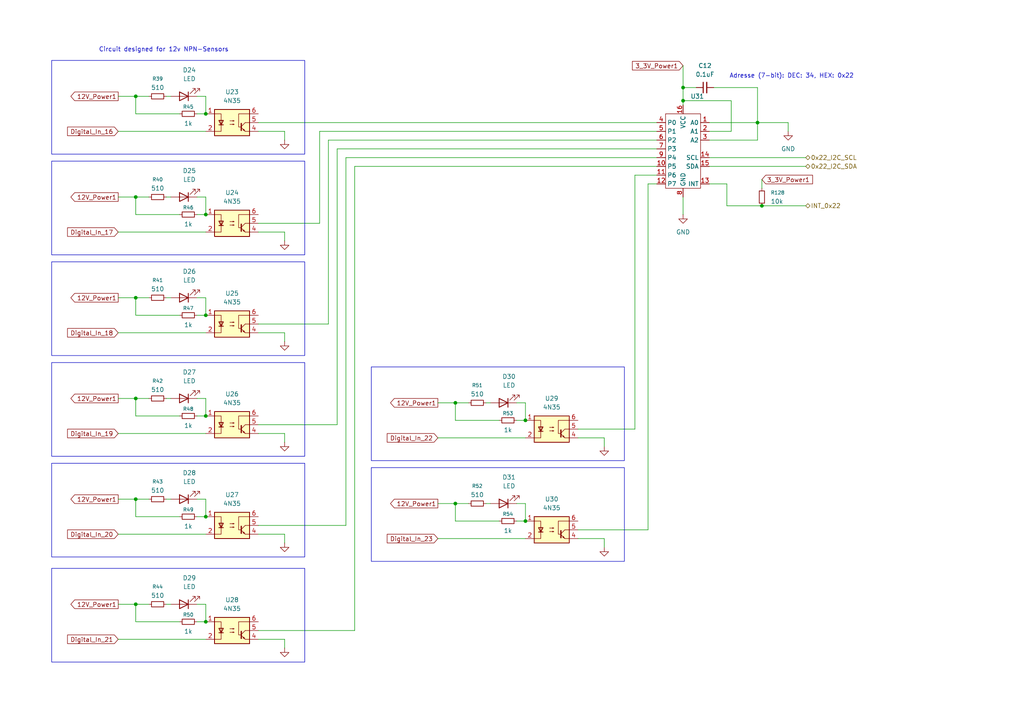
<source format=kicad_sch>
(kicad_sch
	(version 20250114)
	(generator "eeschema")
	(generator_version "9.0")
	(uuid "f12c5147-4ba1-4dd9-8cf4-9fb02a74aaa3")
	(paper "A4")
	(lib_symbols
		(symbol "Device:C_Small"
			(pin_numbers
				(hide yes)
			)
			(pin_names
				(offset 0.254)
				(hide yes)
			)
			(exclude_from_sim no)
			(in_bom yes)
			(on_board yes)
			(property "Reference" "C"
				(at 0.254 1.778 0)
				(effects
					(font
						(size 1.27 1.27)
					)
					(justify left)
				)
			)
			(property "Value" "C_Small"
				(at 0.254 -2.032 0)
				(effects
					(font
						(size 1.27 1.27)
					)
					(justify left)
				)
			)
			(property "Footprint" ""
				(at 0 0 0)
				(effects
					(font
						(size 1.27 1.27)
					)
					(hide yes)
				)
			)
			(property "Datasheet" "~"
				(at 0 0 0)
				(effects
					(font
						(size 1.27 1.27)
					)
					(hide yes)
				)
			)
			(property "Description" "Unpolarized capacitor, small symbol"
				(at 0 0 0)
				(effects
					(font
						(size 1.27 1.27)
					)
					(hide yes)
				)
			)
			(property "ki_keywords" "capacitor cap"
				(at 0 0 0)
				(effects
					(font
						(size 1.27 1.27)
					)
					(hide yes)
				)
			)
			(property "ki_fp_filters" "C_*"
				(at 0 0 0)
				(effects
					(font
						(size 1.27 1.27)
					)
					(hide yes)
				)
			)
			(symbol "C_Small_0_1"
				(polyline
					(pts
						(xy -1.524 0.508) (xy 1.524 0.508)
					)
					(stroke
						(width 0.3048)
						(type default)
					)
					(fill
						(type none)
					)
				)
				(polyline
					(pts
						(xy -1.524 -0.508) (xy 1.524 -0.508)
					)
					(stroke
						(width 0.3302)
						(type default)
					)
					(fill
						(type none)
					)
				)
			)
			(symbol "C_Small_1_1"
				(pin passive line
					(at 0 2.54 270)
					(length 2.032)
					(name "~"
						(effects
							(font
								(size 1.27 1.27)
							)
						)
					)
					(number "1"
						(effects
							(font
								(size 1.27 1.27)
							)
						)
					)
				)
				(pin passive line
					(at 0 -2.54 90)
					(length 2.032)
					(name "~"
						(effects
							(font
								(size 1.27 1.27)
							)
						)
					)
					(number "2"
						(effects
							(font
								(size 1.27 1.27)
							)
						)
					)
				)
			)
			(embedded_fonts no)
		)
		(symbol "Device:LED"
			(pin_numbers
				(hide yes)
			)
			(pin_names
				(offset 1.016)
				(hide yes)
			)
			(exclude_from_sim no)
			(in_bom yes)
			(on_board yes)
			(property "Reference" "D"
				(at 0 2.54 0)
				(effects
					(font
						(size 1.27 1.27)
					)
				)
			)
			(property "Value" "LED"
				(at 0 -2.54 0)
				(effects
					(font
						(size 1.27 1.27)
					)
				)
			)
			(property "Footprint" ""
				(at 0 0 0)
				(effects
					(font
						(size 1.27 1.27)
					)
					(hide yes)
				)
			)
			(property "Datasheet" "~"
				(at 0 0 0)
				(effects
					(font
						(size 1.27 1.27)
					)
					(hide yes)
				)
			)
			(property "Description" "Light emitting diode"
				(at 0 0 0)
				(effects
					(font
						(size 1.27 1.27)
					)
					(hide yes)
				)
			)
			(property "Sim.Pins" "1=K 2=A"
				(at 0 0 0)
				(effects
					(font
						(size 1.27 1.27)
					)
					(hide yes)
				)
			)
			(property "ki_keywords" "LED diode"
				(at 0 0 0)
				(effects
					(font
						(size 1.27 1.27)
					)
					(hide yes)
				)
			)
			(property "ki_fp_filters" "LED* LED_SMD:* LED_THT:*"
				(at 0 0 0)
				(effects
					(font
						(size 1.27 1.27)
					)
					(hide yes)
				)
			)
			(symbol "LED_0_1"
				(polyline
					(pts
						(xy -3.048 -0.762) (xy -4.572 -2.286) (xy -3.81 -2.286) (xy -4.572 -2.286) (xy -4.572 -1.524)
					)
					(stroke
						(width 0)
						(type default)
					)
					(fill
						(type none)
					)
				)
				(polyline
					(pts
						(xy -1.778 -0.762) (xy -3.302 -2.286) (xy -2.54 -2.286) (xy -3.302 -2.286) (xy -3.302 -1.524)
					)
					(stroke
						(width 0)
						(type default)
					)
					(fill
						(type none)
					)
				)
				(polyline
					(pts
						(xy -1.27 0) (xy 1.27 0)
					)
					(stroke
						(width 0)
						(type default)
					)
					(fill
						(type none)
					)
				)
				(polyline
					(pts
						(xy -1.27 -1.27) (xy -1.27 1.27)
					)
					(stroke
						(width 0.254)
						(type default)
					)
					(fill
						(type none)
					)
				)
				(polyline
					(pts
						(xy 1.27 -1.27) (xy 1.27 1.27) (xy -1.27 0) (xy 1.27 -1.27)
					)
					(stroke
						(width 0.254)
						(type default)
					)
					(fill
						(type none)
					)
				)
			)
			(symbol "LED_1_1"
				(pin passive line
					(at -3.81 0 0)
					(length 2.54)
					(name "K"
						(effects
							(font
								(size 1.27 1.27)
							)
						)
					)
					(number "1"
						(effects
							(font
								(size 1.27 1.27)
							)
						)
					)
				)
				(pin passive line
					(at 3.81 0 180)
					(length 2.54)
					(name "A"
						(effects
							(font
								(size 1.27 1.27)
							)
						)
					)
					(number "2"
						(effects
							(font
								(size 1.27 1.27)
							)
						)
					)
				)
			)
			(embedded_fonts no)
		)
		(symbol "Device:R_Small"
			(pin_numbers
				(hide yes)
			)
			(pin_names
				(offset 0.254)
				(hide yes)
			)
			(exclude_from_sim no)
			(in_bom yes)
			(on_board yes)
			(property "Reference" "R"
				(at 0 0 90)
				(effects
					(font
						(size 1.016 1.016)
					)
				)
			)
			(property "Value" "R_Small"
				(at 1.778 0 90)
				(effects
					(font
						(size 1.27 1.27)
					)
				)
			)
			(property "Footprint" ""
				(at 0 0 0)
				(effects
					(font
						(size 1.27 1.27)
					)
					(hide yes)
				)
			)
			(property "Datasheet" "~"
				(at 0 0 0)
				(effects
					(font
						(size 1.27 1.27)
					)
					(hide yes)
				)
			)
			(property "Description" "Resistor, small symbol"
				(at 0 0 0)
				(effects
					(font
						(size 1.27 1.27)
					)
					(hide yes)
				)
			)
			(property "ki_keywords" "R resistor"
				(at 0 0 0)
				(effects
					(font
						(size 1.27 1.27)
					)
					(hide yes)
				)
			)
			(property "ki_fp_filters" "R_*"
				(at 0 0 0)
				(effects
					(font
						(size 1.27 1.27)
					)
					(hide yes)
				)
			)
			(symbol "R_Small_0_1"
				(rectangle
					(start -0.762 1.778)
					(end 0.762 -1.778)
					(stroke
						(width 0.2032)
						(type default)
					)
					(fill
						(type none)
					)
				)
			)
			(symbol "R_Small_1_1"
				(pin passive line
					(at 0 2.54 270)
					(length 0.762)
					(name "~"
						(effects
							(font
								(size 1.27 1.27)
							)
						)
					)
					(number "1"
						(effects
							(font
								(size 1.27 1.27)
							)
						)
					)
				)
				(pin passive line
					(at 0 -2.54 90)
					(length 0.762)
					(name "~"
						(effects
							(font
								(size 1.27 1.27)
							)
						)
					)
					(number "2"
						(effects
							(font
								(size 1.27 1.27)
							)
						)
					)
				)
			)
			(embedded_fonts no)
		)
		(symbol "Isolator:4N35"
			(pin_names
				(offset 1.016)
			)
			(exclude_from_sim no)
			(in_bom yes)
			(on_board yes)
			(property "Reference" "U"
				(at -5.08 5.08 0)
				(effects
					(font
						(size 1.27 1.27)
					)
					(justify left)
				)
			)
			(property "Value" "4N35"
				(at 0 5.08 0)
				(effects
					(font
						(size 1.27 1.27)
					)
					(justify left)
				)
			)
			(property "Footprint" "Package_DIP:DIP-6_W7.62mm"
				(at -5.08 -5.08 0)
				(effects
					(font
						(size 1.27 1.27)
						(italic yes)
					)
					(justify left)
					(hide yes)
				)
			)
			(property "Datasheet" "https://www.vishay.com/docs/81181/4n35.pdf"
				(at 0 0 0)
				(effects
					(font
						(size 1.27 1.27)
					)
					(justify left)
					(hide yes)
				)
			)
			(property "Description" "Optocoupler, Phototransistor Output, with Base Connection, Vce 70V, CTR 100%, Viso 5000V, DIP6"
				(at 0 0 0)
				(effects
					(font
						(size 1.27 1.27)
					)
					(hide yes)
				)
			)
			(property "ki_keywords" "NPN DC Optocoupler Base Connected"
				(at 0 0 0)
				(effects
					(font
						(size 1.27 1.27)
					)
					(hide yes)
				)
			)
			(property "ki_fp_filters" "DIP*W7.62mm*"
				(at 0 0 0)
				(effects
					(font
						(size 1.27 1.27)
					)
					(hide yes)
				)
			)
			(symbol "4N35_0_1"
				(rectangle
					(start -5.08 3.81)
					(end 5.08 -3.81)
					(stroke
						(width 0.254)
						(type default)
					)
					(fill
						(type background)
					)
				)
				(polyline
					(pts
						(xy -5.08 -2.54) (xy -3.175 -2.54) (xy -3.175 2.54) (xy -5.08 2.54)
					)
					(stroke
						(width 0)
						(type default)
					)
					(fill
						(type none)
					)
				)
				(polyline
					(pts
						(xy -3.81 -0.635) (xy -2.54 -0.635)
					)
					(stroke
						(width 0.254)
						(type default)
					)
					(fill
						(type none)
					)
				)
				(polyline
					(pts
						(xy -3.175 -0.635) (xy -3.81 0.635) (xy -2.54 0.635) (xy -3.175 -0.635)
					)
					(stroke
						(width 0.254)
						(type default)
					)
					(fill
						(type none)
					)
				)
				(polyline
					(pts
						(xy -0.635 0.508) (xy 0.635 0.508) (xy 0.254 0.381) (xy 0.254 0.635) (xy 0.635 0.508)
					)
					(stroke
						(width 0)
						(type default)
					)
					(fill
						(type none)
					)
				)
				(polyline
					(pts
						(xy -0.635 -0.508) (xy 0.635 -0.508) (xy 0.254 -0.635) (xy 0.254 -0.381) (xy 0.635 -0.508)
					)
					(stroke
						(width 0)
						(type default)
					)
					(fill
						(type none)
					)
				)
				(polyline
					(pts
						(xy 2.667 -0.254) (xy 2.667 -2.286)
					)
					(stroke
						(width 0.3556)
						(type default)
					)
					(fill
						(type none)
					)
				)
				(polyline
					(pts
						(xy 2.667 -1.143) (xy 3.81 0)
					)
					(stroke
						(width 0)
						(type default)
					)
					(fill
						(type none)
					)
				)
				(polyline
					(pts
						(xy 2.667 -1.397) (xy 3.81 -2.54)
					)
					(stroke
						(width 0)
						(type default)
					)
					(fill
						(type none)
					)
				)
				(polyline
					(pts
						(xy 3.683 -2.413) (xy 3.429 -1.905) (xy 3.175 -2.159) (xy 3.683 -2.413)
					)
					(stroke
						(width 0)
						(type default)
					)
					(fill
						(type none)
					)
				)
				(polyline
					(pts
						(xy 3.81 0) (xy 5.08 0)
					)
					(stroke
						(width 0)
						(type default)
					)
					(fill
						(type none)
					)
				)
				(polyline
					(pts
						(xy 3.81 -2.54) (xy 5.08 -2.54)
					)
					(stroke
						(width 0)
						(type default)
					)
					(fill
						(type none)
					)
				)
				(polyline
					(pts
						(xy 5.08 2.54) (xy 1.905 2.54) (xy 1.905 -1.27) (xy 2.54 -1.27)
					)
					(stroke
						(width 0)
						(type default)
					)
					(fill
						(type none)
					)
				)
			)
			(symbol "4N35_1_1"
				(pin passive line
					(at -7.62 2.54 0)
					(length 2.54)
					(name "~"
						(effects
							(font
								(size 1.27 1.27)
							)
						)
					)
					(number "1"
						(effects
							(font
								(size 1.27 1.27)
							)
						)
					)
				)
				(pin passive line
					(at -7.62 -2.54 0)
					(length 2.54)
					(name "~"
						(effects
							(font
								(size 1.27 1.27)
							)
						)
					)
					(number "2"
						(effects
							(font
								(size 1.27 1.27)
							)
						)
					)
				)
				(pin no_connect line
					(at -5.08 0 0)
					(length 2.54)
					(hide yes)
					(name "NC"
						(effects
							(font
								(size 1.27 1.27)
							)
						)
					)
					(number "3"
						(effects
							(font
								(size 1.27 1.27)
							)
						)
					)
				)
				(pin passive line
					(at 7.62 2.54 180)
					(length 2.54)
					(name "~"
						(effects
							(font
								(size 1.27 1.27)
							)
						)
					)
					(number "6"
						(effects
							(font
								(size 1.27 1.27)
							)
						)
					)
				)
				(pin passive line
					(at 7.62 0 180)
					(length 2.54)
					(name "~"
						(effects
							(font
								(size 1.27 1.27)
							)
						)
					)
					(number "5"
						(effects
							(font
								(size 1.27 1.27)
							)
						)
					)
				)
				(pin passive line
					(at 7.62 -2.54 180)
					(length 2.54)
					(name "~"
						(effects
							(font
								(size 1.27 1.27)
							)
						)
					)
					(number "4"
						(effects
							(font
								(size 1.27 1.27)
							)
						)
					)
				)
			)
			(embedded_fonts no)
		)
		(symbol "own_symbols:PCF8574N"
			(exclude_from_sim no)
			(in_bom yes)
			(on_board yes)
			(property "Reference" "U"
				(at 0 0 0)
				(effects
					(font
						(size 1.27 1.27)
					)
				)
			)
			(property "Value" ""
				(at 0 0 0)
				(effects
					(font
						(size 1.27 1.27)
					)
				)
			)
			(property "Footprint" "Package_DIP:DIP-16_W7.62mm"
				(at 17.526 15.748 0)
				(effects
					(font
						(size 1.27 1.27)
					)
					(hide yes)
				)
			)
			(property "Datasheet" "https://www.ti.com/lit/ds/symlink/pcf8574.pdf?ts=1728822589974&ref_url=https%253A%252F%252Fwww.ti.com%252Fproduct%252FPCF8574%253Futm_source%253Dgoogle%2526utm_medium%253Dcpc%2526utm_campaign%253Dti-null-null-xref-cpc-pf-google-wwe%2526utm_content%253Dxref%2526ds_k%253D%257B_dssearchterm%257D%2526DCM%253Dyes%2526gad_source%253D1%2526gclid%253DEAIaIQobChMI6f2G9a2LiQMVKp2DBx3rOwzlEAAYASAAEgIEUPD_BwE%2526gclsrc%253Daw.ds"
				(at -0.254 20.32 0)
				(effects
					(font
						(size 1.27 1.27)
					)
					(hide yes)
				)
			)
			(property "Description" "8 Port IO expander I2C-Interface"
				(at 3.302 18.288 0)
				(effects
					(font
						(size 1.27 1.27)
					)
					(hide yes)
				)
			)
			(symbol "PCF8574N_0_1"
				(rectangle
					(start 5.08 10.16)
					(end -5.08 -11.43)
					(stroke
						(width 0)
						(type default)
					)
					(fill
						(type none)
					)
				)
			)
			(symbol "PCF8574N_1_1"
				(pin bidirectional line
					(at -7.62 7.62 0)
					(length 2.54)
					(name "P0"
						(effects
							(font
								(size 1.27 1.27)
							)
						)
					)
					(number "4"
						(effects
							(font
								(size 1.27 1.27)
							)
						)
					)
				)
				(pin bidirectional line
					(at -7.62 5.08 0)
					(length 2.54)
					(name "P1"
						(effects
							(font
								(size 1.27 1.27)
							)
						)
					)
					(number "5"
						(effects
							(font
								(size 1.27 1.27)
							)
						)
					)
				)
				(pin bidirectional line
					(at -7.62 2.54 0)
					(length 2.54)
					(name "P2"
						(effects
							(font
								(size 1.27 1.27)
							)
						)
					)
					(number "6"
						(effects
							(font
								(size 1.27 1.27)
							)
						)
					)
				)
				(pin bidirectional line
					(at -7.62 0 0)
					(length 2.54)
					(name "P3"
						(effects
							(font
								(size 1.27 1.27)
							)
						)
					)
					(number "7"
						(effects
							(font
								(size 1.27 1.27)
							)
						)
					)
				)
				(pin bidirectional line
					(at -7.62 -2.54 0)
					(length 2.54)
					(name "P4"
						(effects
							(font
								(size 1.27 1.27)
							)
						)
					)
					(number "9"
						(effects
							(font
								(size 1.27 1.27)
							)
						)
					)
				)
				(pin bidirectional line
					(at -7.62 -5.08 0)
					(length 2.54)
					(name "P5"
						(effects
							(font
								(size 1.27 1.27)
							)
						)
					)
					(number "10"
						(effects
							(font
								(size 1.27 1.27)
							)
						)
					)
				)
				(pin bidirectional line
					(at -7.62 -7.62 0)
					(length 2.54)
					(name "P6"
						(effects
							(font
								(size 1.27 1.27)
							)
						)
					)
					(number "11"
						(effects
							(font
								(size 1.27 1.27)
							)
						)
					)
				)
				(pin bidirectional line
					(at -7.62 -10.16 0)
					(length 2.54)
					(name "P7"
						(effects
							(font
								(size 1.27 1.27)
							)
						)
					)
					(number "12"
						(effects
							(font
								(size 1.27 1.27)
							)
						)
					)
				)
				(pin input line
					(at 0 12.7 270)
					(length 2.54)
					(name "VCC"
						(effects
							(font
								(size 1.27 1.27)
							)
						)
					)
					(number "16"
						(effects
							(font
								(size 1.27 1.27)
							)
						)
					)
				)
				(pin output line
					(at 0 -13.97 90)
					(length 2.54)
					(name "GND"
						(effects
							(font
								(size 1.27 1.27)
							)
						)
					)
					(number "8"
						(effects
							(font
								(size 1.27 1.27)
							)
						)
					)
				)
				(pin input line
					(at 7.62 7.62 180)
					(length 2.54)
					(name "A0"
						(effects
							(font
								(size 1.27 1.27)
							)
						)
					)
					(number "1"
						(effects
							(font
								(size 1.27 1.27)
							)
						)
					)
				)
				(pin input line
					(at 7.62 5.08 180)
					(length 2.54)
					(name "A1"
						(effects
							(font
								(size 1.27 1.27)
							)
						)
					)
					(number "2"
						(effects
							(font
								(size 1.27 1.27)
							)
						)
					)
				)
				(pin input line
					(at 7.62 2.54 180)
					(length 2.54)
					(name "A2"
						(effects
							(font
								(size 1.27 1.27)
							)
						)
					)
					(number "3"
						(effects
							(font
								(size 1.27 1.27)
							)
						)
					)
				)
				(pin bidirectional line
					(at 7.62 -2.54 180)
					(length 2.54)
					(name "SCL"
						(effects
							(font
								(size 1.27 1.27)
							)
						)
					)
					(number "14"
						(effects
							(font
								(size 1.27 1.27)
							)
						)
					)
				)
				(pin bidirectional line
					(at 7.62 -5.08 180)
					(length 2.54)
					(name "SDA"
						(effects
							(font
								(size 1.27 1.27)
							)
						)
					)
					(number "15"
						(effects
							(font
								(size 1.27 1.27)
							)
						)
					)
				)
				(pin input line
					(at 7.62 -10.16 180)
					(length 2.54)
					(name "INT"
						(effects
							(font
								(size 1.27 1.27)
							)
						)
					)
					(number "13"
						(effects
							(font
								(size 1.27 1.27)
							)
						)
					)
				)
			)
			(embedded_fonts no)
		)
		(symbol "power:GND"
			(power)
			(pin_numbers
				(hide yes)
			)
			(pin_names
				(offset 0)
				(hide yes)
			)
			(exclude_from_sim no)
			(in_bom yes)
			(on_board yes)
			(property "Reference" "#PWR"
				(at 0 -6.35 0)
				(effects
					(font
						(size 1.27 1.27)
					)
					(hide yes)
				)
			)
			(property "Value" "GND"
				(at 0 -3.81 0)
				(effects
					(font
						(size 1.27 1.27)
					)
				)
			)
			(property "Footprint" ""
				(at 0 0 0)
				(effects
					(font
						(size 1.27 1.27)
					)
					(hide yes)
				)
			)
			(property "Datasheet" ""
				(at 0 0 0)
				(effects
					(font
						(size 1.27 1.27)
					)
					(hide yes)
				)
			)
			(property "Description" "Power symbol creates a global label with name \"GND\" , ground"
				(at 0 0 0)
				(effects
					(font
						(size 1.27 1.27)
					)
					(hide yes)
				)
			)
			(property "ki_keywords" "global power"
				(at 0 0 0)
				(effects
					(font
						(size 1.27 1.27)
					)
					(hide yes)
				)
			)
			(symbol "GND_0_1"
				(polyline
					(pts
						(xy 0 0) (xy 0 -1.27) (xy 1.27 -1.27) (xy 0 -2.54) (xy -1.27 -1.27) (xy 0 -1.27)
					)
					(stroke
						(width 0)
						(type default)
					)
					(fill
						(type none)
					)
				)
			)
			(symbol "GND_1_1"
				(pin power_in line
					(at 0 0 270)
					(length 0)
					(name "~"
						(effects
							(font
								(size 1.27 1.27)
							)
						)
					)
					(number "1"
						(effects
							(font
								(size 1.27 1.27)
							)
						)
					)
				)
			)
			(embedded_fonts no)
		)
	)
	(rectangle
		(start 14.986 164.846)
		(end 88.392 192.024)
		(stroke
			(width 0)
			(type default)
		)
		(fill
			(type none)
		)
		(uuid 37c82ddf-9080-4dcb-99a6-e3424205f066)
	)
	(rectangle
		(start 14.986 134.366)
		(end 88.392 161.544)
		(stroke
			(width 0)
			(type default)
		)
		(fill
			(type none)
		)
		(uuid 456c8bf2-f05d-4e34-938d-f2028e1242b0)
	)
	(rectangle
		(start 14.986 46.736)
		(end 88.392 73.914)
		(stroke
			(width 0)
			(type default)
		)
		(fill
			(type none)
		)
		(uuid 47d7cf44-dc67-4ef5-8c17-84439a1586b6)
	)
	(rectangle
		(start 107.696 106.426)
		(end 181.102 133.604)
		(stroke
			(width 0)
			(type default)
		)
		(fill
			(type none)
		)
		(uuid 6563f2ce-d098-4d89-a10a-92d4a22010f7)
	)
	(rectangle
		(start 14.986 17.526)
		(end 88.392 44.704)
		(stroke
			(width 0)
			(type default)
		)
		(fill
			(type none)
		)
		(uuid 693daecf-dfe6-4702-963f-e5d4deb96b44)
	)
	(rectangle
		(start 14.986 75.946)
		(end 88.392 103.124)
		(stroke
			(width 0)
			(type default)
		)
		(fill
			(type none)
		)
		(uuid 774059c7-77a3-4ed8-87c9-d2cb4acd7391)
	)
	(rectangle
		(start 107.696 135.636)
		(end 181.102 162.814)
		(stroke
			(width 0)
			(type default)
		)
		(fill
			(type none)
		)
		(uuid ccdc3509-5b9b-4cd1-b841-c41708c5bb36)
	)
	(rectangle
		(start 14.986 105.156)
		(end 88.392 132.334)
		(stroke
			(width 0)
			(type default)
		)
		(fill
			(type none)
		)
		(uuid d8284add-064d-4533-bae9-453086ea10a6)
	)
	(text "Adresse (7-bit): DEC: 34, HEX: 0x22"
		(exclude_from_sim no)
		(at 229.616 22.098 0)
		(effects
			(font
				(size 1.27 1.27)
			)
		)
		(uuid "80cefd52-2aa3-4669-a958-6c9ac05832b2")
	)
	(text "Circuit designed for 12v NPN-Sensors"
		(exclude_from_sim no)
		(at 47.498 14.478 0)
		(effects
			(font
				(size 1.27 1.27)
			)
		)
		(uuid "fe6c4d27-d021-451a-82ef-59af7797b47e")
	)
	(junction
		(at 59.69 149.86)
		(diameter 0)
		(color 0 0 0 0)
		(uuid "1439eecc-c074-4ec9-a7a8-9b950aea8484")
	)
	(junction
		(at 132.08 116.84)
		(diameter 0)
		(color 0 0 0 0)
		(uuid "1fca5a94-1266-4512-bc86-5884569763d7")
	)
	(junction
		(at 59.69 91.44)
		(diameter 0)
		(color 0 0 0 0)
		(uuid "26940e3b-5ce8-44cf-9499-151688ea51c7")
	)
	(junction
		(at 59.69 33.02)
		(diameter 0)
		(color 0 0 0 0)
		(uuid "2827d1da-219a-46de-962c-0624646f2cd5")
	)
	(junction
		(at 152.4 121.92)
		(diameter 0)
		(color 0 0 0 0)
		(uuid "2c05aea8-5617-4c3b-b1ce-af6cf1e27d58")
	)
	(junction
		(at 59.69 180.34)
		(diameter 0)
		(color 0 0 0 0)
		(uuid "34b9373f-8412-452b-bfd9-f824903eac10")
	)
	(junction
		(at 59.69 120.65)
		(diameter 0)
		(color 0 0 0 0)
		(uuid "40dcbc47-399c-44c1-9224-5cb95cfd5440")
	)
	(junction
		(at 39.37 57.15)
		(diameter 0)
		(color 0 0 0 0)
		(uuid "4b064d52-1fc9-4110-b0d4-148c06676266")
	)
	(junction
		(at 39.37 175.26)
		(diameter 0)
		(color 0 0 0 0)
		(uuid "5fdca06f-1936-4a26-bf8c-fda737a1b5f5")
	)
	(junction
		(at 198.12 29.21)
		(diameter 0)
		(color 0 0 0 0)
		(uuid "607b3cfb-faf4-47f5-96c1-f2bb21399934")
	)
	(junction
		(at 39.37 27.94)
		(diameter 0)
		(color 0 0 0 0)
		(uuid "69ac414c-ef36-4489-a069-c502def4f488")
	)
	(junction
		(at 198.12 25.4)
		(diameter 0)
		(color 0 0 0 0)
		(uuid "709fc76b-91d5-4462-9828-9064584aeef0")
	)
	(junction
		(at 39.37 115.57)
		(diameter 0)
		(color 0 0 0 0)
		(uuid "73e5203d-d564-4d89-98f7-ada3656c4cf0")
	)
	(junction
		(at 39.37 86.36)
		(diameter 0)
		(color 0 0 0 0)
		(uuid "8a7390ae-f3f2-4e3e-9ada-ef85ad44120c")
	)
	(junction
		(at 59.69 62.23)
		(diameter 0)
		(color 0 0 0 0)
		(uuid "a8846b27-c914-47b3-8563-c8955d6ee262")
	)
	(junction
		(at 220.98 59.69)
		(diameter 0)
		(color 0 0 0 0)
		(uuid "b0086bb0-81fd-4e70-b036-9308c043a45f")
	)
	(junction
		(at 39.37 144.78)
		(diameter 0)
		(color 0 0 0 0)
		(uuid "b6cfae6a-fa40-4ff3-ac2f-72b469ee4371")
	)
	(junction
		(at 219.71 35.56)
		(diameter 0)
		(color 0 0 0 0)
		(uuid "bb660264-6978-4d66-8fbd-a0c010886a8c")
	)
	(junction
		(at 132.08 146.05)
		(diameter 0)
		(color 0 0 0 0)
		(uuid "e1502f4c-cc63-4368-af24-61e1aad93c3b")
	)
	(junction
		(at 152.4 151.13)
		(diameter 0)
		(color 0 0 0 0)
		(uuid "eaf0ff1b-2ef5-4a6c-be0b-70745ede1d6e")
	)
	(wire
		(pts
			(xy 92.71 38.1) (xy 190.5 38.1)
		)
		(stroke
			(width 0)
			(type default)
		)
		(uuid "03b84eb7-f532-4b8b-ab0f-41f7b0589292")
	)
	(wire
		(pts
			(xy 82.55 38.1) (xy 82.55 40.64)
		)
		(stroke
			(width 0)
			(type default)
		)
		(uuid "06f93464-229e-45f7-a99f-ebef43808d42")
	)
	(wire
		(pts
			(xy 149.86 116.84) (xy 152.4 116.84)
		)
		(stroke
			(width 0)
			(type default)
		)
		(uuid "07ecd932-24e3-4486-ae63-077fe2c22fea")
	)
	(wire
		(pts
			(xy 39.37 86.36) (xy 39.37 91.44)
		)
		(stroke
			(width 0)
			(type default)
		)
		(uuid "0b613aa0-3c9a-4e53-a7c4-78acc52ade01")
	)
	(wire
		(pts
			(xy 205.74 48.26) (xy 233.68 48.26)
		)
		(stroke
			(width 0)
			(type default)
		)
		(uuid "0bbb5143-161c-4c15-b5cb-48f233d8cffa")
	)
	(wire
		(pts
			(xy 210.82 53.34) (xy 205.74 53.34)
		)
		(stroke
			(width 0)
			(type default)
		)
		(uuid "119e0f55-e30e-45c6-a59c-8a9dec794dc3")
	)
	(wire
		(pts
			(xy 59.69 27.94) (xy 59.69 33.02)
		)
		(stroke
			(width 0)
			(type default)
		)
		(uuid "13457b60-ea41-438c-9b91-75e772da307c")
	)
	(wire
		(pts
			(xy 190.5 40.64) (xy 95.25 40.64)
		)
		(stroke
			(width 0)
			(type default)
		)
		(uuid "14b41fb9-2177-49c1-8d63-37caf7c00373")
	)
	(wire
		(pts
			(xy 152.4 116.84) (xy 152.4 121.92)
		)
		(stroke
			(width 0)
			(type default)
		)
		(uuid "1570a4e7-1151-415f-b6e8-85c15a5532c0")
	)
	(wire
		(pts
			(xy 212.09 29.21) (xy 198.12 29.21)
		)
		(stroke
			(width 0)
			(type default)
		)
		(uuid "1782c7f1-ad8a-4990-8a21-6087a771d891")
	)
	(wire
		(pts
			(xy 184.15 50.8) (xy 184.15 124.46)
		)
		(stroke
			(width 0)
			(type default)
		)
		(uuid "190e6590-e975-4be7-a731-b04e5a7bd434")
	)
	(wire
		(pts
			(xy 220.98 52.07) (xy 220.98 54.61)
		)
		(stroke
			(width 0)
			(type default)
		)
		(uuid "196e7b63-68c5-4f64-bf16-ecba6f8e4d93")
	)
	(wire
		(pts
			(xy 97.79 43.18) (xy 97.79 123.19)
		)
		(stroke
			(width 0)
			(type default)
		)
		(uuid "1dfdfe52-360d-4645-925b-4451c6e544b5")
	)
	(wire
		(pts
			(xy 149.86 121.92) (xy 152.4 121.92)
		)
		(stroke
			(width 0)
			(type default)
		)
		(uuid "23256c37-7c0d-4a86-8ba0-d9258568af79")
	)
	(wire
		(pts
			(xy 59.69 86.36) (xy 59.69 91.44)
		)
		(stroke
			(width 0)
			(type default)
		)
		(uuid "23d4312a-510a-4e73-a96a-dacf09b166cd")
	)
	(wire
		(pts
			(xy 39.37 33.02) (xy 52.07 33.02)
		)
		(stroke
			(width 0)
			(type default)
		)
		(uuid "24872652-83c1-45f1-922b-c8d1d83cffc8")
	)
	(wire
		(pts
			(xy 48.26 86.36) (xy 49.53 86.36)
		)
		(stroke
			(width 0)
			(type default)
		)
		(uuid "25c7bee9-b967-4dfb-8e23-23da7016f509")
	)
	(wire
		(pts
			(xy 39.37 144.78) (xy 43.18 144.78)
		)
		(stroke
			(width 0)
			(type default)
		)
		(uuid "273527ed-f55f-47cd-9821-765c08bf62ce")
	)
	(wire
		(pts
			(xy 59.69 175.26) (xy 59.69 180.34)
		)
		(stroke
			(width 0)
			(type default)
		)
		(uuid "29d98d22-9594-4987-9b5f-26347d3bf49f")
	)
	(wire
		(pts
			(xy 82.55 125.73) (xy 82.55 128.27)
		)
		(stroke
			(width 0)
			(type default)
		)
		(uuid "2e89e5b0-22d8-4683-9a17-2fbf1eed5daa")
	)
	(wire
		(pts
			(xy 102.87 48.26) (xy 102.87 182.88)
		)
		(stroke
			(width 0)
			(type default)
		)
		(uuid "2ea9cc2f-8a19-4347-8bcd-b1c463df7555")
	)
	(wire
		(pts
			(xy 190.5 45.72) (xy 100.33 45.72)
		)
		(stroke
			(width 0)
			(type default)
		)
		(uuid "2f013ee8-3374-41bf-82c0-0cd6b41ed304")
	)
	(wire
		(pts
			(xy 74.93 67.31) (xy 82.55 67.31)
		)
		(stroke
			(width 0)
			(type default)
		)
		(uuid "3169976f-4e12-494f-9a25-05701035dd40")
	)
	(wire
		(pts
			(xy 167.64 156.21) (xy 175.26 156.21)
		)
		(stroke
			(width 0)
			(type default)
		)
		(uuid "317b77f2-16c3-4a42-9e09-0af44dac02e3")
	)
	(wire
		(pts
			(xy 34.29 115.57) (xy 39.37 115.57)
		)
		(stroke
			(width 0)
			(type default)
		)
		(uuid "32b220e0-ba20-4784-afa1-94ede6d4d53d")
	)
	(wire
		(pts
			(xy 57.15 33.02) (xy 59.69 33.02)
		)
		(stroke
			(width 0)
			(type default)
		)
		(uuid "32c265e7-3aaa-4973-b4bc-da837cc9517c")
	)
	(wire
		(pts
			(xy 97.79 123.19) (xy 74.93 123.19)
		)
		(stroke
			(width 0)
			(type default)
		)
		(uuid "334fe803-3492-4b76-a44e-05738c3a89e3")
	)
	(wire
		(pts
			(xy 74.93 38.1) (xy 82.55 38.1)
		)
		(stroke
			(width 0)
			(type default)
		)
		(uuid "33703ca7-fb1e-4d8a-a7fc-51158161cc28")
	)
	(wire
		(pts
			(xy 140.97 146.05) (xy 142.24 146.05)
		)
		(stroke
			(width 0)
			(type default)
		)
		(uuid "33bc941c-5d7d-40e2-928e-d61f40228f55")
	)
	(wire
		(pts
			(xy 210.82 59.69) (xy 210.82 53.34)
		)
		(stroke
			(width 0)
			(type default)
		)
		(uuid "3860b919-d525-42bd-860e-ab2a469b7cc8")
	)
	(wire
		(pts
			(xy 34.29 96.52) (xy 59.69 96.52)
		)
		(stroke
			(width 0)
			(type default)
		)
		(uuid "38f57db2-8ae3-450d-8401-150da42b1211")
	)
	(wire
		(pts
			(xy 57.15 27.94) (xy 59.69 27.94)
		)
		(stroke
			(width 0)
			(type default)
		)
		(uuid "39690be1-19ec-4000-b445-5cf573c954c0")
	)
	(wire
		(pts
			(xy 74.93 35.56) (xy 190.5 35.56)
		)
		(stroke
			(width 0)
			(type default)
		)
		(uuid "402a53bc-4819-4efd-9d4c-2f4b7041ec2a")
	)
	(wire
		(pts
			(xy 95.25 93.98) (xy 74.93 93.98)
		)
		(stroke
			(width 0)
			(type default)
		)
		(uuid "435e6bb5-df3a-4304-880a-52cf787a30ad")
	)
	(wire
		(pts
			(xy 198.12 29.21) (xy 198.12 30.48)
		)
		(stroke
			(width 0)
			(type default)
		)
		(uuid "4658f032-c7c1-4c77-8e2b-f37ebcddb553")
	)
	(wire
		(pts
			(xy 34.29 154.94) (xy 59.69 154.94)
		)
		(stroke
			(width 0)
			(type default)
		)
		(uuid "47c34324-ec40-48f2-bc6c-810f12d94aa6")
	)
	(wire
		(pts
			(xy 127 127) (xy 152.4 127)
		)
		(stroke
			(width 0)
			(type default)
		)
		(uuid "4b55e03a-53dc-44c7-8930-8a5832fa85e7")
	)
	(wire
		(pts
			(xy 74.93 125.73) (xy 82.55 125.73)
		)
		(stroke
			(width 0)
			(type default)
		)
		(uuid "4c5fe41f-64a6-48a2-81fd-cf2ec763bb95")
	)
	(wire
		(pts
			(xy 132.08 151.13) (xy 144.78 151.13)
		)
		(stroke
			(width 0)
			(type default)
		)
		(uuid "4cb0a4f1-352d-43f0-a10d-23fc19e9b2ba")
	)
	(wire
		(pts
			(xy 34.29 175.26) (xy 39.37 175.26)
		)
		(stroke
			(width 0)
			(type default)
		)
		(uuid "50f368c0-b9ce-497b-8861-1dfc62390cf9")
	)
	(wire
		(pts
			(xy 205.74 35.56) (xy 219.71 35.56)
		)
		(stroke
			(width 0)
			(type default)
		)
		(uuid "5aa59c93-eb57-4fbc-b77b-6c2f7c8de4f0")
	)
	(wire
		(pts
			(xy 34.29 57.15) (xy 39.37 57.15)
		)
		(stroke
			(width 0)
			(type default)
		)
		(uuid "5bd3eacd-6dcc-4084-9eed-1bfeaaff3a9d")
	)
	(wire
		(pts
			(xy 127 156.21) (xy 152.4 156.21)
		)
		(stroke
			(width 0)
			(type default)
		)
		(uuid "5bd48e9d-22b7-4935-a1a4-d1adde52e19c")
	)
	(wire
		(pts
			(xy 34.29 86.36) (xy 39.37 86.36)
		)
		(stroke
			(width 0)
			(type default)
		)
		(uuid "5fd6963c-192e-46f5-8b0d-13b72ac7059d")
	)
	(wire
		(pts
			(xy 59.69 57.15) (xy 59.69 62.23)
		)
		(stroke
			(width 0)
			(type default)
		)
		(uuid "63fb2b98-7f21-4759-85b4-2c6404c29887")
	)
	(wire
		(pts
			(xy 198.12 25.4) (xy 198.12 29.21)
		)
		(stroke
			(width 0)
			(type default)
		)
		(uuid "651f1f7b-5ab2-4d6e-8106-9118cf29f4e6")
	)
	(wire
		(pts
			(xy 34.29 27.94) (xy 39.37 27.94)
		)
		(stroke
			(width 0)
			(type default)
		)
		(uuid "68b2cbfd-0b4d-4097-8a22-0c29d09af17a")
	)
	(wire
		(pts
			(xy 92.71 64.77) (xy 92.71 38.1)
		)
		(stroke
			(width 0)
			(type default)
		)
		(uuid "6aae7d2a-3866-46d0-b0ec-83a077def014")
	)
	(wire
		(pts
			(xy 57.15 62.23) (xy 59.69 62.23)
		)
		(stroke
			(width 0)
			(type default)
		)
		(uuid "6ac6a10f-8d2f-4e8e-b965-a6e45c0e8b1c")
	)
	(wire
		(pts
			(xy 34.29 38.1) (xy 59.69 38.1)
		)
		(stroke
			(width 0)
			(type default)
		)
		(uuid "6e9d7c40-cfc5-4eb2-9c53-5b6611537ded")
	)
	(wire
		(pts
			(xy 149.86 146.05) (xy 152.4 146.05)
		)
		(stroke
			(width 0)
			(type default)
		)
		(uuid "6f5a9778-6a2f-4edf-85d8-c938d42e265c")
	)
	(wire
		(pts
			(xy 48.26 27.94) (xy 49.53 27.94)
		)
		(stroke
			(width 0)
			(type default)
		)
		(uuid "71a8a9dc-e295-4482-b45b-903c61dcd1cd")
	)
	(wire
		(pts
			(xy 57.15 180.34) (xy 59.69 180.34)
		)
		(stroke
			(width 0)
			(type default)
		)
		(uuid "7287900e-fc14-474a-839f-1a4dc795ca52")
	)
	(wire
		(pts
			(xy 190.5 53.34) (xy 187.96 53.34)
		)
		(stroke
			(width 0)
			(type default)
		)
		(uuid "74160337-a500-4bce-8f55-75ada060580b")
	)
	(wire
		(pts
			(xy 39.37 144.78) (xy 39.37 149.86)
		)
		(stroke
			(width 0)
			(type default)
		)
		(uuid "765ff669-512c-4fe8-9b26-9496bfefb9c8")
	)
	(wire
		(pts
			(xy 132.08 116.84) (xy 132.08 121.92)
		)
		(stroke
			(width 0)
			(type default)
		)
		(uuid "7948f696-2e28-4b61-96a4-081c7581a318")
	)
	(wire
		(pts
			(xy 39.37 115.57) (xy 39.37 120.65)
		)
		(stroke
			(width 0)
			(type default)
		)
		(uuid "7b49af69-8d4e-4558-bbc1-0496803298b4")
	)
	(wire
		(pts
			(xy 228.6 38.1) (xy 228.6 35.56)
		)
		(stroke
			(width 0)
			(type default)
		)
		(uuid "7baa9274-ef25-4e5b-a964-a2815260c0bf")
	)
	(wire
		(pts
			(xy 149.86 151.13) (xy 152.4 151.13)
		)
		(stroke
			(width 0)
			(type default)
		)
		(uuid "7c0a4b8b-acc0-486a-b6e6-60441ad50db1")
	)
	(wire
		(pts
			(xy 127 116.84) (xy 132.08 116.84)
		)
		(stroke
			(width 0)
			(type default)
		)
		(uuid "7f260d78-f51e-4dad-9834-1a4a931e84f8")
	)
	(wire
		(pts
			(xy 34.29 125.73) (xy 59.69 125.73)
		)
		(stroke
			(width 0)
			(type default)
		)
		(uuid "84433d7b-2aba-47ee-91a7-3a3c959d7ba5")
	)
	(wire
		(pts
			(xy 57.15 57.15) (xy 59.69 57.15)
		)
		(stroke
			(width 0)
			(type default)
		)
		(uuid "8555813a-732f-4bcc-b3f4-7f64dda98091")
	)
	(wire
		(pts
			(xy 207.01 25.4) (xy 219.71 25.4)
		)
		(stroke
			(width 0)
			(type default)
		)
		(uuid "85a2a73e-1cca-422b-90f4-740d5470b7bf")
	)
	(wire
		(pts
			(xy 57.15 149.86) (xy 59.69 149.86)
		)
		(stroke
			(width 0)
			(type default)
		)
		(uuid "86571e35-cad5-446e-923c-590190a9c78c")
	)
	(wire
		(pts
			(xy 219.71 35.56) (xy 228.6 35.56)
		)
		(stroke
			(width 0)
			(type default)
		)
		(uuid "88458bcd-ca1a-4cfd-bccf-ade9a3060296")
	)
	(wire
		(pts
			(xy 39.37 27.94) (xy 43.18 27.94)
		)
		(stroke
			(width 0)
			(type default)
		)
		(uuid "9238bd44-9543-485f-827d-053307850c03")
	)
	(wire
		(pts
			(xy 184.15 50.8) (xy 190.5 50.8)
		)
		(stroke
			(width 0)
			(type default)
		)
		(uuid "92bf1a1f-ef77-4f60-8888-a7f4be4b0c57")
	)
	(wire
		(pts
			(xy 187.96 153.67) (xy 167.64 153.67)
		)
		(stroke
			(width 0)
			(type default)
		)
		(uuid "93657a42-fdbb-4253-8b59-2a929365d0b5")
	)
	(wire
		(pts
			(xy 167.64 127) (xy 175.26 127)
		)
		(stroke
			(width 0)
			(type default)
		)
		(uuid "94f2bde6-598a-427c-9ace-0faf34b0b330")
	)
	(wire
		(pts
			(xy 39.37 27.94) (xy 39.37 33.02)
		)
		(stroke
			(width 0)
			(type default)
		)
		(uuid "95539a45-9106-409a-a55e-c5aab14b23a7")
	)
	(wire
		(pts
			(xy 39.37 120.65) (xy 52.07 120.65)
		)
		(stroke
			(width 0)
			(type default)
		)
		(uuid "97dec73e-e753-4549-b6b9-f2f5236415c0")
	)
	(wire
		(pts
			(xy 220.98 59.69) (xy 233.68 59.69)
		)
		(stroke
			(width 0)
			(type default)
		)
		(uuid "985cb69a-1db2-4682-80ec-3c3bdcb16f17")
	)
	(wire
		(pts
			(xy 127 146.05) (xy 132.08 146.05)
		)
		(stroke
			(width 0)
			(type default)
		)
		(uuid "98e04008-ddaa-44ae-92f3-6a1ed48234cc")
	)
	(wire
		(pts
			(xy 132.08 146.05) (xy 135.89 146.05)
		)
		(stroke
			(width 0)
			(type default)
		)
		(uuid "9972911c-efb5-4ece-8190-71bddd62d470")
	)
	(wire
		(pts
			(xy 39.37 91.44) (xy 52.07 91.44)
		)
		(stroke
			(width 0)
			(type default)
		)
		(uuid "9b13d59f-6c0d-4880-95d7-341585531a11")
	)
	(wire
		(pts
			(xy 39.37 115.57) (xy 43.18 115.57)
		)
		(stroke
			(width 0)
			(type default)
		)
		(uuid "9ccc9a26-5319-4f59-8987-f532ce54737d")
	)
	(wire
		(pts
			(xy 48.26 175.26) (xy 49.53 175.26)
		)
		(stroke
			(width 0)
			(type default)
		)
		(uuid "9d322274-fdd6-4850-bfbe-980613acdabc")
	)
	(wire
		(pts
			(xy 82.55 96.52) (xy 82.55 99.06)
		)
		(stroke
			(width 0)
			(type default)
		)
		(uuid "a4fc9cfb-972f-46ac-bb24-0c69736e8acd")
	)
	(wire
		(pts
			(xy 39.37 180.34) (xy 52.07 180.34)
		)
		(stroke
			(width 0)
			(type default)
		)
		(uuid "a5bbf7b8-ff68-4d48-a002-bb8c43a02d68")
	)
	(wire
		(pts
			(xy 59.69 115.57) (xy 59.69 120.65)
		)
		(stroke
			(width 0)
			(type default)
		)
		(uuid "a91d15a7-0e0f-409f-89e3-0d55baf45395")
	)
	(wire
		(pts
			(xy 57.15 115.57) (xy 59.69 115.57)
		)
		(stroke
			(width 0)
			(type default)
		)
		(uuid "a97660d1-4a57-49e8-9848-57b9d1cf39a9")
	)
	(wire
		(pts
			(xy 57.15 175.26) (xy 59.69 175.26)
		)
		(stroke
			(width 0)
			(type default)
		)
		(uuid "a9a4cce0-0c4d-4284-b619-8a46ea0a0cba")
	)
	(wire
		(pts
			(xy 34.29 144.78) (xy 39.37 144.78)
		)
		(stroke
			(width 0)
			(type default)
		)
		(uuid "ac8287a7-c8c7-4797-b6b3-6eedc29182b7")
	)
	(wire
		(pts
			(xy 59.69 144.78) (xy 59.69 149.86)
		)
		(stroke
			(width 0)
			(type default)
		)
		(uuid "ace0279f-84aa-4c00-b51a-7ea84938a428")
	)
	(wire
		(pts
			(xy 39.37 86.36) (xy 43.18 86.36)
		)
		(stroke
			(width 0)
			(type default)
		)
		(uuid "b197bfb5-85a1-4211-ab59-fe813fd284a3")
	)
	(wire
		(pts
			(xy 95.25 40.64) (xy 95.25 93.98)
		)
		(stroke
			(width 0)
			(type default)
		)
		(uuid "b1bf68bc-e463-4456-a9fd-85bc44ba1067")
	)
	(wire
		(pts
			(xy 102.87 182.88) (xy 74.93 182.88)
		)
		(stroke
			(width 0)
			(type default)
		)
		(uuid "b286b171-b6cc-4319-a3a8-93a0796d5d8e")
	)
	(wire
		(pts
			(xy 190.5 43.18) (xy 97.79 43.18)
		)
		(stroke
			(width 0)
			(type default)
		)
		(uuid "b3d722bc-1692-4fad-ae9a-f7190c70ebdd")
	)
	(wire
		(pts
			(xy 39.37 57.15) (xy 43.18 57.15)
		)
		(stroke
			(width 0)
			(type default)
		)
		(uuid "b4f5332b-1fa5-4aeb-a60e-2f1bd0e1f1c2")
	)
	(wire
		(pts
			(xy 34.29 185.42) (xy 59.69 185.42)
		)
		(stroke
			(width 0)
			(type default)
		)
		(uuid "b56fa077-da20-4b94-8db7-eafaf5bc025e")
	)
	(wire
		(pts
			(xy 39.37 175.26) (xy 39.37 180.34)
		)
		(stroke
			(width 0)
			(type default)
		)
		(uuid "b6d55304-dd0c-41df-964c-4030d0e49d60")
	)
	(wire
		(pts
			(xy 82.55 185.42) (xy 82.55 187.96)
		)
		(stroke
			(width 0)
			(type default)
		)
		(uuid "b7800a70-ca39-4c30-99d9-9a0220cdf883")
	)
	(wire
		(pts
			(xy 132.08 121.92) (xy 144.78 121.92)
		)
		(stroke
			(width 0)
			(type default)
		)
		(uuid "bed23a53-c9b3-4b27-8cd5-0cbe5bd4b660")
	)
	(wire
		(pts
			(xy 34.29 67.31) (xy 59.69 67.31)
		)
		(stroke
			(width 0)
			(type default)
		)
		(uuid "bf41c549-647b-4565-bd18-734b4d04b62a")
	)
	(wire
		(pts
			(xy 140.97 116.84) (xy 142.24 116.84)
		)
		(stroke
			(width 0)
			(type default)
		)
		(uuid "bfb5232d-f3e7-4371-a093-32f42759d221")
	)
	(wire
		(pts
			(xy 198.12 57.15) (xy 198.12 62.23)
		)
		(stroke
			(width 0)
			(type default)
		)
		(uuid "bfcc0ae1-a96d-4eaf-b689-11171712e33f")
	)
	(wire
		(pts
			(xy 57.15 120.65) (xy 59.69 120.65)
		)
		(stroke
			(width 0)
			(type default)
		)
		(uuid "c0958c2d-67c0-43fa-9d83-86689c126506")
	)
	(wire
		(pts
			(xy 39.37 149.86) (xy 52.07 149.86)
		)
		(stroke
			(width 0)
			(type default)
		)
		(uuid "c0ca9e50-d29f-44d2-a9bb-fdef0810b5d5")
	)
	(wire
		(pts
			(xy 57.15 86.36) (xy 59.69 86.36)
		)
		(stroke
			(width 0)
			(type default)
		)
		(uuid "c1e95a8e-2984-4876-9798-90761ffa3b38")
	)
	(wire
		(pts
			(xy 57.15 144.78) (xy 59.69 144.78)
		)
		(stroke
			(width 0)
			(type default)
		)
		(uuid "c2fe3e0f-34f5-421b-bced-b9671151597a")
	)
	(wire
		(pts
			(xy 74.93 154.94) (xy 82.55 154.94)
		)
		(stroke
			(width 0)
			(type default)
		)
		(uuid "c3fa3ba0-e952-41d9-8b3f-0c392852c02f")
	)
	(wire
		(pts
			(xy 39.37 62.23) (xy 52.07 62.23)
		)
		(stroke
			(width 0)
			(type default)
		)
		(uuid "c6ae5bcc-4631-424c-a724-98ae75c516be")
	)
	(wire
		(pts
			(xy 205.74 40.64) (xy 219.71 40.64)
		)
		(stroke
			(width 0)
			(type default)
		)
		(uuid "cbfb1ec9-ff51-4377-b246-3f3ced3398fd")
	)
	(wire
		(pts
			(xy 175.26 127) (xy 175.26 129.54)
		)
		(stroke
			(width 0)
			(type default)
		)
		(uuid "cc6823c3-f0ee-4875-bdd7-680dd9e262bd")
	)
	(wire
		(pts
			(xy 82.55 67.31) (xy 82.55 69.85)
		)
		(stroke
			(width 0)
			(type default)
		)
		(uuid "ce83645d-0a16-4c63-8152-0a641a247eed")
	)
	(wire
		(pts
			(xy 184.15 124.46) (xy 167.64 124.46)
		)
		(stroke
			(width 0)
			(type default)
		)
		(uuid "d095b3e3-0487-4e14-877c-51ddfd107294")
	)
	(wire
		(pts
			(xy 205.74 38.1) (xy 212.09 38.1)
		)
		(stroke
			(width 0)
			(type default)
		)
		(uuid "d2f985e9-fff0-4c15-8dd7-5edb99f5a66b")
	)
	(wire
		(pts
			(xy 187.96 53.34) (xy 187.96 153.67)
		)
		(stroke
			(width 0)
			(type default)
		)
		(uuid "d60b203d-704f-400a-b931-b9fc6815204c")
	)
	(wire
		(pts
			(xy 39.37 175.26) (xy 43.18 175.26)
		)
		(stroke
			(width 0)
			(type default)
		)
		(uuid "da617045-2e01-449e-bfc4-f9c86942318f")
	)
	(wire
		(pts
			(xy 57.15 91.44) (xy 59.69 91.44)
		)
		(stroke
			(width 0)
			(type default)
		)
		(uuid "da6218cd-4c56-4f78-8358-2662e4073fbe")
	)
	(wire
		(pts
			(xy 212.09 38.1) (xy 212.09 29.21)
		)
		(stroke
			(width 0)
			(type default)
		)
		(uuid "dd4fa8c1-1001-4d70-a4b1-6382e8f3e102")
	)
	(wire
		(pts
			(xy 210.82 59.69) (xy 220.98 59.69)
		)
		(stroke
			(width 0)
			(type default)
		)
		(uuid "de04821c-4337-49ce-9628-c1b4bb58cf9c")
	)
	(wire
		(pts
			(xy 74.93 96.52) (xy 82.55 96.52)
		)
		(stroke
			(width 0)
			(type default)
		)
		(uuid "df233241-d3a0-43b2-8cbe-bbaefde33a78")
	)
	(wire
		(pts
			(xy 74.93 64.77) (xy 92.71 64.77)
		)
		(stroke
			(width 0)
			(type default)
		)
		(uuid "e11feacf-db35-4590-b2ca-48d59c47c696")
	)
	(wire
		(pts
			(xy 198.12 19.05) (xy 198.12 25.4)
		)
		(stroke
			(width 0)
			(type default)
		)
		(uuid "e3b90676-475f-4370-9f74-e6fdb57c3055")
	)
	(wire
		(pts
			(xy 48.26 115.57) (xy 49.53 115.57)
		)
		(stroke
			(width 0)
			(type default)
		)
		(uuid "e43d7de0-0269-421a-9071-d08be6b2a5b2")
	)
	(wire
		(pts
			(xy 132.08 146.05) (xy 132.08 151.13)
		)
		(stroke
			(width 0)
			(type default)
		)
		(uuid "e4505d2c-7856-4ebe-bf83-5c9d96ff28ee")
	)
	(wire
		(pts
			(xy 198.12 25.4) (xy 201.93 25.4)
		)
		(stroke
			(width 0)
			(type default)
		)
		(uuid "e4e39b0a-f944-4507-b125-e99e3acb865f")
	)
	(wire
		(pts
			(xy 219.71 35.56) (xy 219.71 40.64)
		)
		(stroke
			(width 0)
			(type default)
		)
		(uuid "e549cc60-a159-4fad-b3f1-bb2d7c1af430")
	)
	(wire
		(pts
			(xy 190.5 48.26) (xy 102.87 48.26)
		)
		(stroke
			(width 0)
			(type default)
		)
		(uuid "e719fd3f-762f-46e0-8cfb-9fed38e4672a")
	)
	(wire
		(pts
			(xy 48.26 144.78) (xy 49.53 144.78)
		)
		(stroke
			(width 0)
			(type default)
		)
		(uuid "eb5cf955-81ed-4e33-9a0d-179161db078d")
	)
	(wire
		(pts
			(xy 82.55 154.94) (xy 82.55 157.48)
		)
		(stroke
			(width 0)
			(type default)
		)
		(uuid "ec649ce0-d0bc-4930-8a6d-830e99a90865")
	)
	(wire
		(pts
			(xy 219.71 25.4) (xy 219.71 35.56)
		)
		(stroke
			(width 0)
			(type default)
		)
		(uuid "f2242a79-734b-40b2-b7bc-dca0278e4fb0")
	)
	(wire
		(pts
			(xy 74.93 185.42) (xy 82.55 185.42)
		)
		(stroke
			(width 0)
			(type default)
		)
		(uuid "f2481fc9-1597-4e01-9a2d-a1eb65d68d83")
	)
	(wire
		(pts
			(xy 100.33 45.72) (xy 100.33 152.4)
		)
		(stroke
			(width 0)
			(type default)
		)
		(uuid "f44f8e39-2165-4113-8613-5f752e75d607")
	)
	(wire
		(pts
			(xy 132.08 116.84) (xy 135.89 116.84)
		)
		(stroke
			(width 0)
			(type default)
		)
		(uuid "f462dce7-1fa0-4b01-9557-cb563d0a3483")
	)
	(wire
		(pts
			(xy 205.74 45.72) (xy 233.68 45.72)
		)
		(stroke
			(width 0)
			(type default)
		)
		(uuid "f5674dbe-b8bb-44a5-9c7f-149bc05fe0c4")
	)
	(wire
		(pts
			(xy 39.37 57.15) (xy 39.37 62.23)
		)
		(stroke
			(width 0)
			(type default)
		)
		(uuid "f5d2a05b-0329-4e75-ac42-7bebe04d7a51")
	)
	(wire
		(pts
			(xy 175.26 156.21) (xy 175.26 158.75)
		)
		(stroke
			(width 0)
			(type default)
		)
		(uuid "f613240c-47f2-4c9f-80e4-ab127c735d92")
	)
	(wire
		(pts
			(xy 48.26 57.15) (xy 49.53 57.15)
		)
		(stroke
			(width 0)
			(type default)
		)
		(uuid "f66b5940-e1fa-496f-add7-caec55a39bd8")
	)
	(wire
		(pts
			(xy 152.4 146.05) (xy 152.4 151.13)
		)
		(stroke
			(width 0)
			(type default)
		)
		(uuid "f98c53ab-7226-4ece-b643-920cb3cff50c")
	)
	(wire
		(pts
			(xy 100.33 152.4) (xy 74.93 152.4)
		)
		(stroke
			(width 0)
			(type default)
		)
		(uuid "fa5755b9-4531-4895-93d0-392da0032a79")
	)
	(global_label "Digital_In_22"
		(shape input)
		(at 127 127 180)
		(fields_autoplaced yes)
		(effects
			(font
				(size 1.27 1.27)
			)
			(justify right)
		)
		(uuid "1ce2afc1-1c4b-48db-91fc-3d1d4ed9426a")
		(property "Intersheetrefs" "${INTERSHEET_REFS}"
			(at 111.7383 127 0)
			(effects
				(font
					(size 1.27 1.27)
				)
				(justify right)
				(hide yes)
			)
		)
	)
	(global_label "12V_Power1"
		(shape output)
		(at 34.29 115.57 180)
		(fields_autoplaced yes)
		(effects
			(font
				(size 1.27 1.27)
			)
			(justify right)
		)
		(uuid "29b8a81b-345f-42da-9ad4-bbaf621f97d8")
		(property "Intersheetrefs" "${INTERSHEET_REFS}"
			(at 19.9958 115.57 0)
			(effects
				(font
					(size 1.27 1.27)
				)
				(justify right)
				(hide yes)
			)
		)
	)
	(global_label "12V_Power1"
		(shape output)
		(at 127 116.84 180)
		(fields_autoplaced yes)
		(effects
			(font
				(size 1.27 1.27)
			)
			(justify right)
		)
		(uuid "30c85491-93b2-422a-94fd-6c2244e0142b")
		(property "Intersheetrefs" "${INTERSHEET_REFS}"
			(at 112.7058 116.84 0)
			(effects
				(font
					(size 1.27 1.27)
				)
				(justify right)
				(hide yes)
			)
		)
	)
	(global_label "Digital_In_18"
		(shape input)
		(at 34.29 96.52 180)
		(fields_autoplaced yes)
		(effects
			(font
				(size 1.27 1.27)
			)
			(justify right)
		)
		(uuid "313edd3f-3dd0-4cdb-affb-94654dfaa201")
		(property "Intersheetrefs" "${INTERSHEET_REFS}"
			(at 19.0283 96.52 0)
			(effects
				(font
					(size 1.27 1.27)
				)
				(justify right)
				(hide yes)
			)
		)
	)
	(global_label "Digital_In_20"
		(shape input)
		(at 34.29 154.94 180)
		(fields_autoplaced yes)
		(effects
			(font
				(size 1.27 1.27)
			)
			(justify right)
		)
		(uuid "569a7ed9-ad64-464c-937e-469271be1f7b")
		(property "Intersheetrefs" "${INTERSHEET_REFS}"
			(at 19.0283 154.94 0)
			(effects
				(font
					(size 1.27 1.27)
				)
				(justify right)
				(hide yes)
			)
		)
	)
	(global_label "Digital_In_19"
		(shape input)
		(at 34.29 125.73 180)
		(fields_autoplaced yes)
		(effects
			(font
				(size 1.27 1.27)
			)
			(justify right)
		)
		(uuid "5d2c94e6-9f48-4fcc-b06f-735c70c5bbba")
		(property "Intersheetrefs" "${INTERSHEET_REFS}"
			(at 19.0283 125.73 0)
			(effects
				(font
					(size 1.27 1.27)
				)
				(justify right)
				(hide yes)
			)
		)
	)
	(global_label "12V_Power1"
		(shape output)
		(at 34.29 144.78 180)
		(fields_autoplaced yes)
		(effects
			(font
				(size 1.27 1.27)
			)
			(justify right)
		)
		(uuid "6340a8d6-2e80-4035-b212-b9916d40dd6f")
		(property "Intersheetrefs" "${INTERSHEET_REFS}"
			(at 19.9958 144.78 0)
			(effects
				(font
					(size 1.27 1.27)
				)
				(justify right)
				(hide yes)
			)
		)
	)
	(global_label "12V_Power1"
		(shape output)
		(at 34.29 57.15 180)
		(fields_autoplaced yes)
		(effects
			(font
				(size 1.27 1.27)
			)
			(justify right)
		)
		(uuid "9dcadd73-93ca-4fe2-80c8-eee66cb66486")
		(property "Intersheetrefs" "${INTERSHEET_REFS}"
			(at 19.9958 57.15 0)
			(effects
				(font
					(size 1.27 1.27)
				)
				(justify right)
				(hide yes)
			)
		)
	)
	(global_label "Digital_In_17"
		(shape input)
		(at 34.29 67.31 180)
		(fields_autoplaced yes)
		(effects
			(font
				(size 1.27 1.27)
			)
			(justify right)
		)
		(uuid "9e0bb781-a358-4dc4-b773-43b1644b267c")
		(property "Intersheetrefs" "${INTERSHEET_REFS}"
			(at 19.0283 67.31 0)
			(effects
				(font
					(size 1.27 1.27)
				)
				(justify right)
				(hide yes)
			)
		)
	)
	(global_label "3_3V_Power1"
		(shape input)
		(at 220.98 52.07 0)
		(fields_autoplaced yes)
		(effects
			(font
				(size 1.27 1.27)
			)
			(justify left)
		)
		(uuid "aa5b8d6d-3d65-4ca5-8e63-edef40443abe")
		(property "Intersheetrefs" "${INTERSHEET_REFS}"
			(at 236.2418 52.07 0)
			(effects
				(font
					(size 1.27 1.27)
				)
				(justify left)
				(hide yes)
			)
		)
	)
	(global_label "12V_Power1"
		(shape output)
		(at 34.29 86.36 180)
		(fields_autoplaced yes)
		(effects
			(font
				(size 1.27 1.27)
			)
			(justify right)
		)
		(uuid "b69e876a-caa1-4536-bce3-14d4d05bac42")
		(property "Intersheetrefs" "${INTERSHEET_REFS}"
			(at 19.9958 86.36 0)
			(effects
				(font
					(size 1.27 1.27)
				)
				(justify right)
				(hide yes)
			)
		)
	)
	(global_label "Digital_In_21"
		(shape input)
		(at 34.29 185.42 180)
		(fields_autoplaced yes)
		(effects
			(font
				(size 1.27 1.27)
			)
			(justify right)
		)
		(uuid "bc68e5c1-4634-4a66-bdc7-c4754614377d")
		(property "Intersheetrefs" "${INTERSHEET_REFS}"
			(at 19.0283 185.42 0)
			(effects
				(font
					(size 1.27 1.27)
				)
				(justify right)
				(hide yes)
			)
		)
	)
	(global_label "12V_Power1"
		(shape output)
		(at 34.29 27.94 180)
		(fields_autoplaced yes)
		(effects
			(font
				(size 1.27 1.27)
			)
			(justify right)
		)
		(uuid "bffbfb6c-adc9-4765-ad8c-f85f7c1ff73f")
		(property "Intersheetrefs" "${INTERSHEET_REFS}"
			(at 19.9958 27.94 0)
			(effects
				(font
					(size 1.27 1.27)
				)
				(justify right)
				(hide yes)
			)
		)
	)
	(global_label "Digital_In_23"
		(shape input)
		(at 127 156.21 180)
		(fields_autoplaced yes)
		(effects
			(font
				(size 1.27 1.27)
			)
			(justify right)
		)
		(uuid "c937e092-83eb-4184-9e8a-99771f71a2f5")
		(property "Intersheetrefs" "${INTERSHEET_REFS}"
			(at 111.7383 156.21 0)
			(effects
				(font
					(size 1.27 1.27)
				)
				(justify right)
				(hide yes)
			)
		)
	)
	(global_label "12V_Power1"
		(shape output)
		(at 127 146.05 180)
		(fields_autoplaced yes)
		(effects
			(font
				(size 1.27 1.27)
			)
			(justify right)
		)
		(uuid "cfe9091e-e8e0-4ac7-a05b-c1793f556d8b")
		(property "Intersheetrefs" "${INTERSHEET_REFS}"
			(at 112.7058 146.05 0)
			(effects
				(font
					(size 1.27 1.27)
				)
				(justify right)
				(hide yes)
			)
		)
	)
	(global_label "12V_Power1"
		(shape output)
		(at 34.29 175.26 180)
		(fields_autoplaced yes)
		(effects
			(font
				(size 1.27 1.27)
			)
			(justify right)
		)
		(uuid "dd1e7e65-9bef-45a0-a57c-c13d370c3186")
		(property "Intersheetrefs" "${INTERSHEET_REFS}"
			(at 19.9958 175.26 0)
			(effects
				(font
					(size 1.27 1.27)
				)
				(justify right)
				(hide yes)
			)
		)
	)
	(global_label "3_3V_Power1"
		(shape input)
		(at 198.12 19.05 180)
		(fields_autoplaced yes)
		(effects
			(font
				(size 1.27 1.27)
			)
			(justify right)
		)
		(uuid "f945a8e6-6d6a-4add-912e-b17c152ffe8f")
		(property "Intersheetrefs" "${INTERSHEET_REFS}"
			(at 182.8582 19.05 0)
			(effects
				(font
					(size 1.27 1.27)
				)
				(justify right)
				(hide yes)
			)
		)
	)
	(global_label "Digital_In_16"
		(shape input)
		(at 34.29 38.1 180)
		(fields_autoplaced yes)
		(effects
			(font
				(size 1.27 1.27)
			)
			(justify right)
		)
		(uuid "f9639b56-b763-4ed2-9536-1a3ad6334905")
		(property "Intersheetrefs" "${INTERSHEET_REFS}"
			(at 19.0283 38.1 0)
			(effects
				(font
					(size 1.27 1.27)
				)
				(justify right)
				(hide yes)
			)
		)
	)
	(hierarchical_label "INT_0x22"
		(shape bidirectional)
		(at 233.68 59.69 0)
		(effects
			(font
				(size 1.27 1.27)
			)
			(justify left)
		)
		(uuid "4c9035f9-ab15-4d06-8b74-85d808cf44f2")
	)
	(hierarchical_label "0x22_I2C_SCL"
		(shape bidirectional)
		(at 233.68 45.72 0)
		(effects
			(font
				(size 1.27 1.27)
			)
			(justify left)
		)
		(uuid "d79cc655-1607-44f7-900a-8fad7f6d1c2c")
	)
	(hierarchical_label "0x22_I2C_SDA"
		(shape bidirectional)
		(at 233.68 48.26 0)
		(effects
			(font
				(size 1.27 1.27)
			)
			(justify left)
		)
		(uuid "e136e15a-8174-4fde-8037-1367d6f41604")
	)
	(symbol
		(lib_id "Device:R_Small")
		(at 54.61 180.34 90)
		(unit 1)
		(exclude_from_sim no)
		(in_bom yes)
		(on_board yes)
		(dnp no)
		(uuid "05223e8a-5fa5-4c41-b937-7caa6f6f8fa7")
		(property "Reference" "R50"
			(at 54.61 178.308 90)
			(effects
				(font
					(size 1.016 1.016)
				)
			)
		)
		(property "Value" "1k"
			(at 54.61 183.134 90)
			(effects
				(font
					(size 1.27 1.27)
				)
			)
		)
		(property "Footprint" "Resistor_SMD:R_0603_1608Metric"
			(at 54.61 180.34 0)
			(effects
				(font
					(size 1.27 1.27)
				)
				(hide yes)
			)
		)
		(property "Datasheet" "https://jlcpcb.com/api/file/downloadByFileSystemAccessId/8588894527021465601"
			(at 54.61 180.34 0)
			(effects
				(font
					(size 1.27 1.27)
				)
				(hide yes)
			)
		)
		(property "Description" "-55℃~+155℃ 100mW 1kΩ 75V Thick Film Resistor ±100ppm/℃ ±5% 0603 Chip Resistor - Surface Mount ROHS"
			(at 54.61 180.34 0)
			(effects
				(font
					(size 1.27 1.27)
				)
				(hide yes)
			)
		)
		(property "LCSC PN" "C14676"
			(at 54.61 180.34 90)
			(effects
				(font
					(size 1.27 1.27)
				)
				(hide yes)
			)
		)
		(pin "2"
			(uuid "e0ce4a5d-80c3-4709-a5b1-d50adcc653dd")
		)
		(pin "1"
			(uuid "118e385d-4fcb-480d-bc95-341db2eaeace")
		)
		(instances
			(project "BGA_Steuerung"
				(path "/5fbba8b4-3ab1-4241-8e39-3098c3149716/e5e44aa7-ff3e-40ec-adc5-cfcab77559ef/cdf7a310-e13c-4ca0-979d-31c25c809fbf"
					(reference "R50")
					(unit 1)
				)
			)
		)
	)
	(symbol
		(lib_id "power:GND")
		(at 82.55 157.48 0)
		(unit 1)
		(exclude_from_sim no)
		(in_bom yes)
		(on_board yes)
		(dnp no)
		(fields_autoplaced yes)
		(uuid "05790de1-5ece-4ebf-95ac-30dd4f3afdb6")
		(property "Reference" "#PWR042"
			(at 82.55 163.83 0)
			(effects
				(font
					(size 1.27 1.27)
				)
				(hide yes)
			)
		)
		(property "Value" "GND"
			(at 82.55 162.56 0)
			(effects
				(font
					(size 1.27 1.27)
				)
				(hide yes)
			)
		)
		(property "Footprint" ""
			(at 82.55 157.48 0)
			(effects
				(font
					(size 1.27 1.27)
				)
				(hide yes)
			)
		)
		(property "Datasheet" ""
			(at 82.55 157.48 0)
			(effects
				(font
					(size 1.27 1.27)
				)
				(hide yes)
			)
		)
		(property "Description" "Power symbol creates a global label with name \"GND\" , ground"
			(at 82.55 157.48 0)
			(effects
				(font
					(size 1.27 1.27)
				)
				(hide yes)
			)
		)
		(pin "1"
			(uuid "762c5d78-0734-4dc4-baea-466b8f49e2fe")
		)
		(instances
			(project "BGA_Steuerung"
				(path "/5fbba8b4-3ab1-4241-8e39-3098c3149716/e5e44aa7-ff3e-40ec-adc5-cfcab77559ef/cdf7a310-e13c-4ca0-979d-31c25c809fbf"
					(reference "#PWR042")
					(unit 1)
				)
			)
		)
	)
	(symbol
		(lib_id "Device:R_Small")
		(at 54.61 149.86 90)
		(unit 1)
		(exclude_from_sim no)
		(in_bom yes)
		(on_board yes)
		(dnp no)
		(uuid "07ee3e4b-05ee-40d4-98e6-9b8dfb81c440")
		(property "Reference" "R49"
			(at 54.61 147.828 90)
			(effects
				(font
					(size 1.016 1.016)
				)
			)
		)
		(property "Value" "1k"
			(at 54.61 152.654 90)
			(effects
				(font
					(size 1.27 1.27)
				)
			)
		)
		(property "Footprint" "Resistor_SMD:R_0603_1608Metric"
			(at 54.61 149.86 0)
			(effects
				(font
					(size 1.27 1.27)
				)
				(hide yes)
			)
		)
		(property "Datasheet" "https://jlcpcb.com/api/file/downloadByFileSystemAccessId/8588894527021465601"
			(at 54.61 149.86 0)
			(effects
				(font
					(size 1.27 1.27)
				)
				(hide yes)
			)
		)
		(property "Description" "-55℃~+155℃ 100mW 1kΩ 75V Thick Film Resistor ±100ppm/℃ ±5% 0603 Chip Resistor - Surface Mount ROHS"
			(at 54.61 149.86 0)
			(effects
				(font
					(size 1.27 1.27)
				)
				(hide yes)
			)
		)
		(property "LCSC PN" "C14676"
			(at 54.61 149.86 90)
			(effects
				(font
					(size 1.27 1.27)
				)
				(hide yes)
			)
		)
		(pin "2"
			(uuid "080e2fcd-aa60-4dcc-b0fe-5d2cc90fa2c5")
		)
		(pin "1"
			(uuid "30df346c-433f-4923-b45c-79133bc82802")
		)
		(instances
			(project "BGA_Steuerung"
				(path "/5fbba8b4-3ab1-4241-8e39-3098c3149716/e5e44aa7-ff3e-40ec-adc5-cfcab77559ef/cdf7a310-e13c-4ca0-979d-31c25c809fbf"
					(reference "R49")
					(unit 1)
				)
			)
		)
	)
	(symbol
		(lib_id "Device:LED")
		(at 53.34 86.36 180)
		(unit 1)
		(exclude_from_sim no)
		(in_bom yes)
		(on_board yes)
		(dnp no)
		(fields_autoplaced yes)
		(uuid "08cc3813-3414-4643-b38b-9dfe8a41886c")
		(property "Reference" "D26"
			(at 54.9275 78.74 0)
			(effects
				(font
					(size 1.27 1.27)
				)
			)
		)
		(property "Value" "LED"
			(at 54.9275 81.28 0)
			(effects
				(font
					(size 1.27 1.27)
				)
			)
		)
		(property "Footprint" "Diode_SMD:D_0603_1608Metric"
			(at 53.34 86.36 0)
			(effects
				(font
					(size 1.27 1.27)
				)
				(hide yes)
			)
		)
		(property "Datasheet" "https://jlcpcb.com/api/file/downloadByFileSystemAccessId/8550723991833485312"
			(at 53.34 86.36 0)
			(effects
				(font
					(size 1.27 1.27)
				)
				(hide yes)
			)
		)
		(property "Description" "-40℃~+85℃ 120° 2.4V 20mA 300mcd 40mW 615nm~630nm 645nm Red Water Clear 0603 LED Indication - Discrete ROHS"
			(at 53.34 86.36 0)
			(effects
				(font
					(size 1.27 1.27)
				)
				(hide yes)
			)
		)
		(property "Sim.Pins" "1=K 2=A"
			(at 53.34 86.36 0)
			(effects
				(font
					(size 1.27 1.27)
				)
				(hide yes)
			)
		)
		(property "LCSC PN" "KT-0603R"
			(at 53.34 86.36 0)
			(effects
				(font
					(size 1.27 1.27)
				)
				(hide yes)
			)
		)
		(pin "1"
			(uuid "723a8d01-7213-4bd6-ad59-1ddbdf9af471")
		)
		(pin "2"
			(uuid "188c7700-b147-446b-be64-21a8c38cfa89")
		)
		(instances
			(project "BGA_Steuerung"
				(path "/5fbba8b4-3ab1-4241-8e39-3098c3149716/e5e44aa7-ff3e-40ec-adc5-cfcab77559ef/cdf7a310-e13c-4ca0-979d-31c25c809fbf"
					(reference "D26")
					(unit 1)
				)
			)
		)
	)
	(symbol
		(lib_id "Device:LED")
		(at 53.34 115.57 180)
		(unit 1)
		(exclude_from_sim no)
		(in_bom yes)
		(on_board yes)
		(dnp no)
		(fields_autoplaced yes)
		(uuid "0f22208f-b5a2-45e5-ac26-a535bc31ec7a")
		(property "Reference" "D27"
			(at 54.9275 107.95 0)
			(effects
				(font
					(size 1.27 1.27)
				)
			)
		)
		(property "Value" "LED"
			(at 54.9275 110.49 0)
			(effects
				(font
					(size 1.27 1.27)
				)
			)
		)
		(property "Footprint" "Diode_SMD:D_0603_1608Metric"
			(at 53.34 115.57 0)
			(effects
				(font
					(size 1.27 1.27)
				)
				(hide yes)
			)
		)
		(property "Datasheet" "https://jlcpcb.com/api/file/downloadByFileSystemAccessId/8550723991833485312"
			(at 53.34 115.57 0)
			(effects
				(font
					(size 1.27 1.27)
				)
				(hide yes)
			)
		)
		(property "Description" "-40℃~+85℃ 120° 2.4V 20mA 300mcd 40mW 615nm~630nm 645nm Red Water Clear 0603 LED Indication - Discrete ROHS"
			(at 53.34 115.57 0)
			(effects
				(font
					(size 1.27 1.27)
				)
				(hide yes)
			)
		)
		(property "Sim.Pins" "1=K 2=A"
			(at 53.34 115.57 0)
			(effects
				(font
					(size 1.27 1.27)
				)
				(hide yes)
			)
		)
		(property "LCSC PN" "KT-0603R"
			(at 53.34 115.57 0)
			(effects
				(font
					(size 1.27 1.27)
				)
				(hide yes)
			)
		)
		(pin "1"
			(uuid "6dccf1ff-6d9e-4d26-81df-abf0c34c2b93")
		)
		(pin "2"
			(uuid "d510c6cc-e11a-4ee4-b396-84e77c611e26")
		)
		(instances
			(project "BGA_Steuerung"
				(path "/5fbba8b4-3ab1-4241-8e39-3098c3149716/e5e44aa7-ff3e-40ec-adc5-cfcab77559ef/cdf7a310-e13c-4ca0-979d-31c25c809fbf"
					(reference "D27")
					(unit 1)
				)
			)
		)
	)
	(symbol
		(lib_id "Device:LED")
		(at 53.34 27.94 180)
		(unit 1)
		(exclude_from_sim no)
		(in_bom yes)
		(on_board yes)
		(dnp no)
		(fields_autoplaced yes)
		(uuid "17904688-d993-42fa-8461-b5b286c54669")
		(property "Reference" "D24"
			(at 54.9275 20.32 0)
			(effects
				(font
					(size 1.27 1.27)
				)
			)
		)
		(property "Value" "LED"
			(at 54.9275 22.86 0)
			(effects
				(font
					(size 1.27 1.27)
				)
			)
		)
		(property "Footprint" "Diode_SMD:D_0603_1608Metric"
			(at 53.34 27.94 0)
			(effects
				(font
					(size 1.27 1.27)
				)
				(hide yes)
			)
		)
		(property "Datasheet" "https://jlcpcb.com/api/file/downloadByFileSystemAccessId/8550723991833485312"
			(at 53.34 27.94 0)
			(effects
				(font
					(size 1.27 1.27)
				)
				(hide yes)
			)
		)
		(property "Description" "-40℃~+85℃ 120° 2.4V 20mA 300mcd 40mW 615nm~630nm 645nm Red Water Clear 0603 LED Indication - Discrete ROHS"
			(at 53.34 27.94 0)
			(effects
				(font
					(size 1.27 1.27)
				)
				(hide yes)
			)
		)
		(property "Sim.Pins" "1=K 2=A"
			(at 53.34 27.94 0)
			(effects
				(font
					(size 1.27 1.27)
				)
				(hide yes)
			)
		)
		(property "LCSC PN" "KT-0603R"
			(at 53.34 27.94 0)
			(effects
				(font
					(size 1.27 1.27)
				)
				(hide yes)
			)
		)
		(pin "1"
			(uuid "2730c928-2e9d-41ae-b712-da098f247f8b")
		)
		(pin "2"
			(uuid "f36420fc-ae91-4238-be43-61cce1c0eeda")
		)
		(instances
			(project "BGA_Steuerung"
				(path "/5fbba8b4-3ab1-4241-8e39-3098c3149716/e5e44aa7-ff3e-40ec-adc5-cfcab77559ef/cdf7a310-e13c-4ca0-979d-31c25c809fbf"
					(reference "D24")
					(unit 1)
				)
			)
		)
	)
	(symbol
		(lib_id "power:GND")
		(at 228.6 38.1 0)
		(unit 1)
		(exclude_from_sim no)
		(in_bom yes)
		(on_board yes)
		(dnp no)
		(fields_autoplaced yes)
		(uuid "190231ba-b75e-42f0-9154-bd4ccc864b4e")
		(property "Reference" "#PWR047"
			(at 228.6 44.45 0)
			(effects
				(font
					(size 1.27 1.27)
				)
				(hide yes)
			)
		)
		(property "Value" "GND"
			(at 228.6 43.18 0)
			(effects
				(font
					(size 1.27 1.27)
				)
			)
		)
		(property "Footprint" ""
			(at 228.6 38.1 0)
			(effects
				(font
					(size 1.27 1.27)
				)
				(hide yes)
			)
		)
		(property "Datasheet" ""
			(at 228.6 38.1 0)
			(effects
				(font
					(size 1.27 1.27)
				)
				(hide yes)
			)
		)
		(property "Description" "Power symbol creates a global label with name \"GND\" , ground"
			(at 228.6 38.1 0)
			(effects
				(font
					(size 1.27 1.27)
				)
				(hide yes)
			)
		)
		(pin "1"
			(uuid "2400080b-08ee-42ea-90ee-4abbb2f86121")
		)
		(instances
			(project "BGA_Steuerung"
				(path "/5fbba8b4-3ab1-4241-8e39-3098c3149716/e5e44aa7-ff3e-40ec-adc5-cfcab77559ef/cdf7a310-e13c-4ca0-979d-31c25c809fbf"
					(reference "#PWR047")
					(unit 1)
				)
			)
		)
	)
	(symbol
		(lib_id "power:GND")
		(at 175.26 129.54 0)
		(unit 1)
		(exclude_from_sim no)
		(in_bom yes)
		(on_board yes)
		(dnp no)
		(fields_autoplaced yes)
		(uuid "191225ec-c176-41f4-b0f8-f360db5ea074")
		(property "Reference" "#PWR044"
			(at 175.26 135.89 0)
			(effects
				(font
					(size 1.27 1.27)
				)
				(hide yes)
			)
		)
		(property "Value" "GND"
			(at 175.26 134.62 0)
			(effects
				(font
					(size 1.27 1.27)
				)
				(hide yes)
			)
		)
		(property "Footprint" ""
			(at 175.26 129.54 0)
			(effects
				(font
					(size 1.27 1.27)
				)
				(hide yes)
			)
		)
		(property "Datasheet" ""
			(at 175.26 129.54 0)
			(effects
				(font
					(size 1.27 1.27)
				)
				(hide yes)
			)
		)
		(property "Description" "Power symbol creates a global label with name \"GND\" , ground"
			(at 175.26 129.54 0)
			(effects
				(font
					(size 1.27 1.27)
				)
				(hide yes)
			)
		)
		(pin "1"
			(uuid "da7459ec-7da5-4281-9e54-9fe521fbd514")
		)
		(instances
			(project "BGA_Steuerung"
				(path "/5fbba8b4-3ab1-4241-8e39-3098c3149716/e5e44aa7-ff3e-40ec-adc5-cfcab77559ef/cdf7a310-e13c-4ca0-979d-31c25c809fbf"
					(reference "#PWR044")
					(unit 1)
				)
			)
		)
	)
	(symbol
		(lib_id "power:GND")
		(at 82.55 187.96 0)
		(unit 1)
		(exclude_from_sim no)
		(in_bom yes)
		(on_board yes)
		(dnp no)
		(fields_autoplaced yes)
		(uuid "1a483896-810f-4a15-bb37-c2b134312b1e")
		(property "Reference" "#PWR043"
			(at 82.55 194.31 0)
			(effects
				(font
					(size 1.27 1.27)
				)
				(hide yes)
			)
		)
		(property "Value" "GND"
			(at 82.55 193.04 0)
			(effects
				(font
					(size 1.27 1.27)
				)
				(hide yes)
			)
		)
		(property "Footprint" ""
			(at 82.55 187.96 0)
			(effects
				(font
					(size 1.27 1.27)
				)
				(hide yes)
			)
		)
		(property "Datasheet" ""
			(at 82.55 187.96 0)
			(effects
				(font
					(size 1.27 1.27)
				)
				(hide yes)
			)
		)
		(property "Description" "Power symbol creates a global label with name \"GND\" , ground"
			(at 82.55 187.96 0)
			(effects
				(font
					(size 1.27 1.27)
				)
				(hide yes)
			)
		)
		(pin "1"
			(uuid "f86a7f7d-b3b1-4b73-b3fa-cb904fc6fa55")
		)
		(instances
			(project "BGA_Steuerung"
				(path "/5fbba8b4-3ab1-4241-8e39-3098c3149716/e5e44aa7-ff3e-40ec-adc5-cfcab77559ef/cdf7a310-e13c-4ca0-979d-31c25c809fbf"
					(reference "#PWR043")
					(unit 1)
				)
			)
		)
	)
	(symbol
		(lib_id "power:GND")
		(at 82.55 99.06 0)
		(unit 1)
		(exclude_from_sim no)
		(in_bom yes)
		(on_board yes)
		(dnp no)
		(fields_autoplaced yes)
		(uuid "216b79c1-917c-4fd1-947a-59a429bbaa0c")
		(property "Reference" "#PWR040"
			(at 82.55 105.41 0)
			(effects
				(font
					(size 1.27 1.27)
				)
				(hide yes)
			)
		)
		(property "Value" "GND"
			(at 82.55 104.14 0)
			(effects
				(font
					(size 1.27 1.27)
				)
				(hide yes)
			)
		)
		(property "Footprint" ""
			(at 82.55 99.06 0)
			(effects
				(font
					(size 1.27 1.27)
				)
				(hide yes)
			)
		)
		(property "Datasheet" ""
			(at 82.55 99.06 0)
			(effects
				(font
					(size 1.27 1.27)
				)
				(hide yes)
			)
		)
		(property "Description" "Power symbol creates a global label with name \"GND\" , ground"
			(at 82.55 99.06 0)
			(effects
				(font
					(size 1.27 1.27)
				)
				(hide yes)
			)
		)
		(pin "1"
			(uuid "412ecad0-6daf-48e7-be1c-2f592254d718")
		)
		(instances
			(project "BGA_Steuerung"
				(path "/5fbba8b4-3ab1-4241-8e39-3098c3149716/e5e44aa7-ff3e-40ec-adc5-cfcab77559ef/cdf7a310-e13c-4ca0-979d-31c25c809fbf"
					(reference "#PWR040")
					(unit 1)
				)
			)
		)
	)
	(symbol
		(lib_id "Device:R_Small")
		(at 54.61 33.02 90)
		(unit 1)
		(exclude_from_sim no)
		(in_bom yes)
		(on_board yes)
		(dnp no)
		(uuid "252e8eea-156d-40bd-8279-19e0406c38b5")
		(property "Reference" "R45"
			(at 54.61 30.988 90)
			(effects
				(font
					(size 1.016 1.016)
				)
			)
		)
		(property "Value" "1k"
			(at 54.61 35.814 90)
			(effects
				(font
					(size 1.27 1.27)
				)
			)
		)
		(property "Footprint" "Resistor_SMD:R_0603_1608Metric"
			(at 54.61 33.02 0)
			(effects
				(font
					(size 1.27 1.27)
				)
				(hide yes)
			)
		)
		(property "Datasheet" "https://jlcpcb.com/api/file/downloadByFileSystemAccessId/8588894527021465601"
			(at 54.61 33.02 0)
			(effects
				(font
					(size 1.27 1.27)
				)
				(hide yes)
			)
		)
		(property "Description" "-55℃~+155℃ 100mW 1kΩ 75V Thick Film Resistor ±100ppm/℃ ±5% 0603 Chip Resistor - Surface Mount ROHS"
			(at 54.61 33.02 0)
			(effects
				(font
					(size 1.27 1.27)
				)
				(hide yes)
			)
		)
		(property "LCSC PN" "C14676"
			(at 54.61 33.02 90)
			(effects
				(font
					(size 1.27 1.27)
				)
				(hide yes)
			)
		)
		(pin "2"
			(uuid "8fe61be0-c9f7-432f-afff-4a7d08d3a5c1")
		)
		(pin "1"
			(uuid "40e86027-9d9f-435b-9316-21aea0f24896")
		)
		(instances
			(project "BGA_Steuerung"
				(path "/5fbba8b4-3ab1-4241-8e39-3098c3149716/e5e44aa7-ff3e-40ec-adc5-cfcab77559ef/cdf7a310-e13c-4ca0-979d-31c25c809fbf"
					(reference "R45")
					(unit 1)
				)
			)
		)
	)
	(symbol
		(lib_id "Device:R_Small")
		(at 45.72 27.94 90)
		(unit 1)
		(exclude_from_sim no)
		(in_bom yes)
		(on_board yes)
		(dnp no)
		(fields_autoplaced yes)
		(uuid "26d7e08b-0320-4fce-9e76-3c2618c4d407")
		(property "Reference" "R39"
			(at 45.72 22.86 90)
			(effects
				(font
					(size 1.016 1.016)
				)
			)
		)
		(property "Value" "510"
			(at 45.72 25.4 90)
			(effects
				(font
					(size 1.27 1.27)
				)
			)
		)
		(property "Footprint" "Resistor_SMD:R_0603_1608Metric"
			(at 45.72 27.94 0)
			(effects
				(font
					(size 1.27 1.27)
				)
				(hide yes)
			)
		)
		(property "Datasheet" "https://jlcpcb.com/api/file/downloadByFileSystemAccessId/8579706285526474752"
			(at 45.72 27.94 0)
			(effects
				(font
					(size 1.27 1.27)
				)
				(hide yes)
			)
		)
		(property "Description" "-40℃~+85℃ 120° 2.4V 20mA 300mcd 40mW 615nm~630nm 645nm Red Water Clear 0603 LED Indication - Discrete ROHS"
			(at 45.72 27.94 0)
			(effects
				(font
					(size 1.27 1.27)
				)
				(hide yes)
			)
		)
		(property "LCSC PN" "C23193"
			(at 45.72 27.94 90)
			(effects
				(font
					(size 1.27 1.27)
				)
				(hide yes)
			)
		)
		(pin "1"
			(uuid "ff623855-26a4-4e3e-97f0-a8ec7f21bbd5")
		)
		(pin "2"
			(uuid "c9ead966-785a-4f94-a609-2dccea128871")
		)
		(instances
			(project "BGA_Steuerung"
				(path "/5fbba8b4-3ab1-4241-8e39-3098c3149716/e5e44aa7-ff3e-40ec-adc5-cfcab77559ef/cdf7a310-e13c-4ca0-979d-31c25c809fbf"
					(reference "R39")
					(unit 1)
				)
			)
		)
	)
	(symbol
		(lib_id "Device:LED")
		(at 146.05 116.84 180)
		(unit 1)
		(exclude_from_sim no)
		(in_bom yes)
		(on_board yes)
		(dnp no)
		(fields_autoplaced yes)
		(uuid "2ad27818-333c-4f1c-9846-c9d3b0902b5a")
		(property "Reference" "D30"
			(at 147.6375 109.22 0)
			(effects
				(font
					(size 1.27 1.27)
				)
			)
		)
		(property "Value" "LED"
			(at 147.6375 111.76 0)
			(effects
				(font
					(size 1.27 1.27)
				)
			)
		)
		(property "Footprint" "Diode_SMD:D_0603_1608Metric"
			(at 146.05 116.84 0)
			(effects
				(font
					(size 1.27 1.27)
				)
				(hide yes)
			)
		)
		(property "Datasheet" "https://jlcpcb.com/api/file/downloadByFileSystemAccessId/8550723991833485312"
			(at 146.05 116.84 0)
			(effects
				(font
					(size 1.27 1.27)
				)
				(hide yes)
			)
		)
		(property "Description" "-40℃~+85℃ 120° 2.4V 20mA 300mcd 40mW 615nm~630nm 645nm Red Water Clear 0603 LED Indication - Discrete ROHS"
			(at 146.05 116.84 0)
			(effects
				(font
					(size 1.27 1.27)
				)
				(hide yes)
			)
		)
		(property "Sim.Pins" "1=K 2=A"
			(at 146.05 116.84 0)
			(effects
				(font
					(size 1.27 1.27)
				)
				(hide yes)
			)
		)
		(property "LCSC PN" "KT-0603R"
			(at 146.05 116.84 0)
			(effects
				(font
					(size 1.27 1.27)
				)
				(hide yes)
			)
		)
		(pin "1"
			(uuid "a95b2bcf-ecdb-44cb-86f3-9d847fcdff4b")
		)
		(pin "2"
			(uuid "21893991-d857-4e3b-b9e2-0acaa64d391b")
		)
		(instances
			(project "BGA_Steuerung"
				(path "/5fbba8b4-3ab1-4241-8e39-3098c3149716/e5e44aa7-ff3e-40ec-adc5-cfcab77559ef/cdf7a310-e13c-4ca0-979d-31c25c809fbf"
					(reference "D30")
					(unit 1)
				)
			)
		)
	)
	(symbol
		(lib_id "Isolator:4N35")
		(at 160.02 124.46 0)
		(unit 1)
		(exclude_from_sim no)
		(in_bom yes)
		(on_board yes)
		(dnp no)
		(fields_autoplaced yes)
		(uuid "36f455da-9f22-4101-bc94-20ac31291593")
		(property "Reference" "U29"
			(at 160.02 115.57 0)
			(effects
				(font
					(size 1.27 1.27)
				)
			)
		)
		(property "Value" "4N35"
			(at 160.02 118.11 0)
			(effects
				(font
					(size 1.27 1.27)
				)
			)
		)
		(property "Footprint" "Package_DIP:DIP-6_W7.62mm"
			(at 154.94 129.54 0)
			(effects
				(font
					(size 1.27 1.27)
					(italic yes)
				)
				(justify left)
				(hide yes)
			)
		)
		(property "Datasheet" "https://jlcpcb.com/api/file/downloadByFileSystemAccessId/8586194772046860288"
			(at 160.02 124.46 0)
			(effects
				(font
					(size 1.27 1.27)
				)
				(justify left)
				(hide yes)
			)
		)
		(property "Description" "-55℃~+100℃ 1 1.2V 100% 100mA 3.55kV 300mV@2mA,50mA 30V 3us 3us 60mA 6V DC Phototransistor SMD-6P Transistor, Photovoltaic Output Optoisolators ROHS"
			(at 160.02 124.46 0)
			(effects
				(font
					(size 1.27 1.27)
				)
				(hide yes)
			)
		)
		(pin "2"
			(uuid "e16347cb-eb42-46c7-859f-2db8a20fff1e")
		)
		(pin "6"
			(uuid "4f05f453-992c-48c4-a821-62984d974c13")
		)
		(pin "3"
			(uuid "e1d38e88-0701-429c-a9db-231aff320770")
		)
		(pin "1"
			(uuid "54a35b86-cb6b-4634-ac2f-8ad0cc1971c0")
		)
		(pin "4"
			(uuid "b68c8730-c613-4348-b65b-b9e1deabb654")
		)
		(pin "5"
			(uuid "601f8b63-b6a1-409e-9744-55e27655879b")
		)
		(instances
			(project "BGA_Steuerung"
				(path "/5fbba8b4-3ab1-4241-8e39-3098c3149716/e5e44aa7-ff3e-40ec-adc5-cfcab77559ef/cdf7a310-e13c-4ca0-979d-31c25c809fbf"
					(reference "U29")
					(unit 1)
				)
			)
		)
	)
	(symbol
		(lib_id "Isolator:4N35")
		(at 67.31 152.4 0)
		(unit 1)
		(exclude_from_sim no)
		(in_bom yes)
		(on_board yes)
		(dnp no)
		(fields_autoplaced yes)
		(uuid "41f42cae-ec90-47d4-bcbe-f0bf6da63a05")
		(property "Reference" "U27"
			(at 67.31 143.51 0)
			(effects
				(font
					(size 1.27 1.27)
				)
			)
		)
		(property "Value" "4N35"
			(at 67.31 146.05 0)
			(effects
				(font
					(size 1.27 1.27)
				)
			)
		)
		(property "Footprint" "Package_DIP:DIP-6_W7.62mm"
			(at 62.23 157.48 0)
			(effects
				(font
					(size 1.27 1.27)
					(italic yes)
				)
				(justify left)
				(hide yes)
			)
		)
		(property "Datasheet" "https://jlcpcb.com/api/file/downloadByFileSystemAccessId/8586194772046860288"
			(at 67.31 152.4 0)
			(effects
				(font
					(size 1.27 1.27)
				)
				(justify left)
				(hide yes)
			)
		)
		(property "Description" "-55℃~+100℃ 1 1.2V 100% 100mA 3.55kV 300mV@2mA,50mA 30V 3us 3us 60mA 6V DC Phototransistor SMD-6P Transistor, Photovoltaic Output Optoisolators ROHS"
			(at 67.31 152.4 0)
			(effects
				(font
					(size 1.27 1.27)
				)
				(hide yes)
			)
		)
		(pin "2"
			(uuid "3246791c-2265-4daa-8afd-55281f959e1c")
		)
		(pin "6"
			(uuid "893fd43f-2296-4fd6-835d-2a432b498c15")
		)
		(pin "3"
			(uuid "dd8b4741-76bc-43c8-81c5-dbab67563c8d")
		)
		(pin "1"
			(uuid "9b473cd2-2458-4db6-b665-c5e3d1678cb2")
		)
		(pin "4"
			(uuid "b2673670-2f65-4564-be83-a0a15f6486f7")
		)
		(pin "5"
			(uuid "212ac5e5-9d5d-409d-b20b-f258c3db8456")
		)
		(instances
			(project "BGA_Steuerung"
				(path "/5fbba8b4-3ab1-4241-8e39-3098c3149716/e5e44aa7-ff3e-40ec-adc5-cfcab77559ef/cdf7a310-e13c-4ca0-979d-31c25c809fbf"
					(reference "U27")
					(unit 1)
				)
			)
		)
	)
	(symbol
		(lib_id "power:GND")
		(at 82.55 128.27 0)
		(unit 1)
		(exclude_from_sim no)
		(in_bom yes)
		(on_board yes)
		(dnp no)
		(fields_autoplaced yes)
		(uuid "425b33e5-d567-4def-9605-7b947c242c41")
		(property "Reference" "#PWR041"
			(at 82.55 134.62 0)
			(effects
				(font
					(size 1.27 1.27)
				)
				(hide yes)
			)
		)
		(property "Value" "GND"
			(at 82.55 133.35 0)
			(effects
				(font
					(size 1.27 1.27)
				)
				(hide yes)
			)
		)
		(property "Footprint" ""
			(at 82.55 128.27 0)
			(effects
				(font
					(size 1.27 1.27)
				)
				(hide yes)
			)
		)
		(property "Datasheet" ""
			(at 82.55 128.27 0)
			(effects
				(font
					(size 1.27 1.27)
				)
				(hide yes)
			)
		)
		(property "Description" "Power symbol creates a global label with name \"GND\" , ground"
			(at 82.55 128.27 0)
			(effects
				(font
					(size 1.27 1.27)
				)
				(hide yes)
			)
		)
		(pin "1"
			(uuid "bfe81f4c-013d-4dc3-8e22-782a90ae1368")
		)
		(instances
			(project "BGA_Steuerung"
				(path "/5fbba8b4-3ab1-4241-8e39-3098c3149716/e5e44aa7-ff3e-40ec-adc5-cfcab77559ef/cdf7a310-e13c-4ca0-979d-31c25c809fbf"
					(reference "#PWR041")
					(unit 1)
				)
			)
		)
	)
	(symbol
		(lib_id "power:GND")
		(at 175.26 158.75 0)
		(unit 1)
		(exclude_from_sim no)
		(in_bom yes)
		(on_board yes)
		(dnp no)
		(fields_autoplaced yes)
		(uuid "4283c4f0-b53e-47fd-b3d8-446adb559817")
		(property "Reference" "#PWR045"
			(at 175.26 165.1 0)
			(effects
				(font
					(size 1.27 1.27)
				)
				(hide yes)
			)
		)
		(property "Value" "GND"
			(at 175.26 163.83 0)
			(effects
				(font
					(size 1.27 1.27)
				)
				(hide yes)
			)
		)
		(property "Footprint" ""
			(at 175.26 158.75 0)
			(effects
				(font
					(size 1.27 1.27)
				)
				(hide yes)
			)
		)
		(property "Datasheet" ""
			(at 175.26 158.75 0)
			(effects
				(font
					(size 1.27 1.27)
				)
				(hide yes)
			)
		)
		(property "Description" "Power symbol creates a global label with name \"GND\" , ground"
			(at 175.26 158.75 0)
			(effects
				(font
					(size 1.27 1.27)
				)
				(hide yes)
			)
		)
		(pin "1"
			(uuid "8c068136-1db8-44da-a85e-a48e2c4320bc")
		)
		(instances
			(project "BGA_Steuerung"
				(path "/5fbba8b4-3ab1-4241-8e39-3098c3149716/e5e44aa7-ff3e-40ec-adc5-cfcab77559ef/cdf7a310-e13c-4ca0-979d-31c25c809fbf"
					(reference "#PWR045")
					(unit 1)
				)
			)
		)
	)
	(symbol
		(lib_id "Device:LED")
		(at 146.05 146.05 180)
		(unit 1)
		(exclude_from_sim no)
		(in_bom yes)
		(on_board yes)
		(dnp no)
		(fields_autoplaced yes)
		(uuid "46302a46-3486-4962-aee3-a0fdb960daad")
		(property "Reference" "D31"
			(at 147.6375 138.43 0)
			(effects
				(font
					(size 1.27 1.27)
				)
			)
		)
		(property "Value" "LED"
			(at 147.6375 140.97 0)
			(effects
				(font
					(size 1.27 1.27)
				)
			)
		)
		(property "Footprint" "Diode_SMD:D_0603_1608Metric"
			(at 146.05 146.05 0)
			(effects
				(font
					(size 1.27 1.27)
				)
				(hide yes)
			)
		)
		(property "Datasheet" "https://jlcpcb.com/api/file/downloadByFileSystemAccessId/8550723991833485312"
			(at 146.05 146.05 0)
			(effects
				(font
					(size 1.27 1.27)
				)
				(hide yes)
			)
		)
		(property "Description" "-40℃~+85℃ 120° 2.4V 20mA 300mcd 40mW 615nm~630nm 645nm Red Water Clear 0603 LED Indication - Discrete ROHS"
			(at 146.05 146.05 0)
			(effects
				(font
					(size 1.27 1.27)
				)
				(hide yes)
			)
		)
		(property "Sim.Pins" "1=K 2=A"
			(at 146.05 146.05 0)
			(effects
				(font
					(size 1.27 1.27)
				)
				(hide yes)
			)
		)
		(property "LCSC PN" "KT-0603R"
			(at 146.05 146.05 0)
			(effects
				(font
					(size 1.27 1.27)
				)
				(hide yes)
			)
		)
		(pin "1"
			(uuid "047f9d13-b21d-4e0b-b66c-838e3e8575ce")
		)
		(pin "2"
			(uuid "23a5b6cb-ece3-46f0-b6da-8e03eb168945")
		)
		(instances
			(project "BGA_Steuerung"
				(path "/5fbba8b4-3ab1-4241-8e39-3098c3149716/e5e44aa7-ff3e-40ec-adc5-cfcab77559ef/cdf7a310-e13c-4ca0-979d-31c25c809fbf"
					(reference "D31")
					(unit 1)
				)
			)
		)
	)
	(symbol
		(lib_id "power:GND")
		(at 82.55 69.85 0)
		(unit 1)
		(exclude_from_sim no)
		(in_bom yes)
		(on_board yes)
		(dnp no)
		(fields_autoplaced yes)
		(uuid "466fff0f-6be3-4f97-96eb-27a4178c3d83")
		(property "Reference" "#PWR039"
			(at 82.55 76.2 0)
			(effects
				(font
					(size 1.27 1.27)
				)
				(hide yes)
			)
		)
		(property "Value" "GND"
			(at 82.55 74.93 0)
			(effects
				(font
					(size 1.27 1.27)
				)
				(hide yes)
			)
		)
		(property "Footprint" ""
			(at 82.55 69.85 0)
			(effects
				(font
					(size 1.27 1.27)
				)
				(hide yes)
			)
		)
		(property "Datasheet" ""
			(at 82.55 69.85 0)
			(effects
				(font
					(size 1.27 1.27)
				)
				(hide yes)
			)
		)
		(property "Description" "Power symbol creates a global label with name \"GND\" , ground"
			(at 82.55 69.85 0)
			(effects
				(font
					(size 1.27 1.27)
				)
				(hide yes)
			)
		)
		(pin "1"
			(uuid "8bc92ea1-525f-4943-9f38-c360dc7295fc")
		)
		(instances
			(project "BGA_Steuerung"
				(path "/5fbba8b4-3ab1-4241-8e39-3098c3149716/e5e44aa7-ff3e-40ec-adc5-cfcab77559ef/cdf7a310-e13c-4ca0-979d-31c25c809fbf"
					(reference "#PWR039")
					(unit 1)
				)
			)
		)
	)
	(symbol
		(lib_id "Device:R_Small")
		(at 220.98 57.15 180)
		(unit 1)
		(exclude_from_sim no)
		(in_bom yes)
		(on_board yes)
		(dnp no)
		(fields_autoplaced yes)
		(uuid "4bc4d73f-ee42-4b52-8226-91480082fe3a")
		(property "Reference" "R128"
			(at 223.52 55.8799 0)
			(effects
				(font
					(size 1.016 1.016)
				)
				(justify right)
			)
		)
		(property "Value" "10k"
			(at 223.52 58.4199 0)
			(effects
				(font
					(size 1.27 1.27)
				)
				(justify right)
			)
		)
		(property "Footprint" "Resistor_SMD:R_0603_1608Metric"
			(at 220.98 57.15 0)
			(effects
				(font
					(size 1.27 1.27)
				)
				(hide yes)
			)
		)
		(property "Datasheet" "https://jlcpcb.com/api/file/downloadByFileSystemAccessId/8588882000258748416"
			(at 220.98 57.15 0)
			(effects
				(font
					(size 1.27 1.27)
				)
				(hide yes)
			)
		)
		(property "Description" "-55℃~+155℃ 100mW 10kΩ 75V Thick Film Resistor ±100ppm/℃ ±5% 0603 Chip Resistor - Surface Mount ROHS"
			(at 220.98 57.15 0)
			(effects
				(font
					(size 1.27 1.27)
				)
				(hide yes)
			)
		)
		(property "LCSC PN" "C15401"
			(at 220.98 57.15 0)
			(effects
				(font
					(size 1.27 1.27)
				)
				(hide yes)
			)
		)
		(pin "2"
			(uuid "0bbe3b9e-0641-46c2-a9ff-8abfcf3a79ba")
		)
		(pin "1"
			(uuid "e23ed433-67bc-428a-8238-f50867b25801")
		)
		(instances
			(project "BGA_Steuerung_4layer"
				(path "/5fbba8b4-3ab1-4241-8e39-3098c3149716/e5e44aa7-ff3e-40ec-adc5-cfcab77559ef/cdf7a310-e13c-4ca0-979d-31c25c809fbf"
					(reference "R128")
					(unit 1)
				)
			)
		)
	)
	(symbol
		(lib_id "Isolator:4N35")
		(at 67.31 123.19 0)
		(unit 1)
		(exclude_from_sim no)
		(in_bom yes)
		(on_board yes)
		(dnp no)
		(fields_autoplaced yes)
		(uuid "53021d91-e3c9-49a4-a18d-88668e72d6b7")
		(property "Reference" "U26"
			(at 67.31 114.3 0)
			(effects
				(font
					(size 1.27 1.27)
				)
			)
		)
		(property "Value" "4N35"
			(at 67.31 116.84 0)
			(effects
				(font
					(size 1.27 1.27)
				)
			)
		)
		(property "Footprint" "Package_DIP:DIP-6_W7.62mm"
			(at 62.23 128.27 0)
			(effects
				(font
					(size 1.27 1.27)
					(italic yes)
				)
				(justify left)
				(hide yes)
			)
		)
		(property "Datasheet" "https://jlcpcb.com/api/file/downloadByFileSystemAccessId/8586194772046860288"
			(at 67.31 123.19 0)
			(effects
				(font
					(size 1.27 1.27)
				)
				(justify left)
				(hide yes)
			)
		)
		(property "Description" "-55℃~+100℃ 1 1.2V 100% 100mA 3.55kV 300mV@2mA,50mA 30V 3us 3us 60mA 6V DC Phototransistor SMD-6P Transistor, Photovoltaic Output Optoisolators ROHS"
			(at 67.31 123.19 0)
			(effects
				(font
					(size 1.27 1.27)
				)
				(hide yes)
			)
		)
		(pin "2"
			(uuid "9dca72e7-e17f-48eb-94a2-7d7ae56b4e77")
		)
		(pin "6"
			(uuid "79d0971f-1b83-41da-a908-7b6851279afc")
		)
		(pin "3"
			(uuid "7903e3bf-68d9-4f60-a76b-7e690d3bd9f3")
		)
		(pin "1"
			(uuid "ad98f6d4-606d-4110-83ae-d3be4e35e0e0")
		)
		(pin "4"
			(uuid "e331ce64-7159-4527-a244-b0c5161feae1")
		)
		(pin "5"
			(uuid "d229a1b8-ba37-4754-ad90-1ad6c4fe1dd9")
		)
		(instances
			(project "BGA_Steuerung"
				(path "/5fbba8b4-3ab1-4241-8e39-3098c3149716/e5e44aa7-ff3e-40ec-adc5-cfcab77559ef/cdf7a310-e13c-4ca0-979d-31c25c809fbf"
					(reference "U26")
					(unit 1)
				)
			)
		)
	)
	(symbol
		(lib_id "Device:R_Small")
		(at 54.61 120.65 90)
		(unit 1)
		(exclude_from_sim no)
		(in_bom yes)
		(on_board yes)
		(dnp no)
		(uuid "56443d4a-66f6-4f7e-86a7-9441e00aed5a")
		(property "Reference" "R48"
			(at 54.61 118.618 90)
			(effects
				(font
					(size 1.016 1.016)
				)
			)
		)
		(property "Value" "1k"
			(at 54.61 123.444 90)
			(effects
				(font
					(size 1.27 1.27)
				)
			)
		)
		(property "Footprint" "Resistor_SMD:R_0603_1608Metric"
			(at 54.61 120.65 0)
			(effects
				(font
					(size 1.27 1.27)
				)
				(hide yes)
			)
		)
		(property "Datasheet" "https://jlcpcb.com/api/file/downloadByFileSystemAccessId/8588894527021465601"
			(at 54.61 120.65 0)
			(effects
				(font
					(size 1.27 1.27)
				)
				(hide yes)
			)
		)
		(property "Description" "-55℃~+155℃ 100mW 1kΩ 75V Thick Film Resistor ±100ppm/℃ ±5% 0603 Chip Resistor - Surface Mount ROHS"
			(at 54.61 120.65 0)
			(effects
				(font
					(size 1.27 1.27)
				)
				(hide yes)
			)
		)
		(property "LCSC PN" "C14676"
			(at 54.61 120.65 90)
			(effects
				(font
					(size 1.27 1.27)
				)
				(hide yes)
			)
		)
		(pin "2"
			(uuid "0bd10f69-496a-48c8-b1d0-b3cf789bd31c")
		)
		(pin "1"
			(uuid "d7e4dd1f-13f5-4ce2-b74f-9e19eb56a153")
		)
		(instances
			(project "BGA_Steuerung"
				(path "/5fbba8b4-3ab1-4241-8e39-3098c3149716/e5e44aa7-ff3e-40ec-adc5-cfcab77559ef/cdf7a310-e13c-4ca0-979d-31c25c809fbf"
					(reference "R48")
					(unit 1)
				)
			)
		)
	)
	(symbol
		(lib_id "Device:R_Small")
		(at 138.43 146.05 90)
		(unit 1)
		(exclude_from_sim no)
		(in_bom yes)
		(on_board yes)
		(dnp no)
		(fields_autoplaced yes)
		(uuid "5d60789d-91bd-4642-8366-374d92eebf6d")
		(property "Reference" "R52"
			(at 138.43 140.97 90)
			(effects
				(font
					(size 1.016 1.016)
				)
			)
		)
		(property "Value" "510"
			(at 138.43 143.51 90)
			(effects
				(font
					(size 1.27 1.27)
				)
			)
		)
		(property "Footprint" "Resistor_SMD:R_0603_1608Metric"
			(at 138.43 146.05 0)
			(effects
				(font
					(size 1.27 1.27)
				)
				(hide yes)
			)
		)
		(property "Datasheet" "https://jlcpcb.com/api/file/downloadByFileSystemAccessId/8579706285526474752"
			(at 138.43 146.05 0)
			(effects
				(font
					(size 1.27 1.27)
				)
				(hide yes)
			)
		)
		(property "Description" "-40℃~+85℃ 120° 2.4V 20mA 300mcd 40mW 615nm~630nm 645nm Red Water Clear 0603 LED Indication - Discrete ROHS"
			(at 138.43 146.05 0)
			(effects
				(font
					(size 1.27 1.27)
				)
				(hide yes)
			)
		)
		(property "LCSC PN" "C23193"
			(at 138.43 146.05 90)
			(effects
				(font
					(size 1.27 1.27)
				)
				(hide yes)
			)
		)
		(pin "1"
			(uuid "3b29c50f-7f8a-4a7e-8090-5aa8f1f28b9f")
		)
		(pin "2"
			(uuid "bfea4a0f-270e-446c-a0d0-1c5c1db60f95")
		)
		(instances
			(project "BGA_Steuerung"
				(path "/5fbba8b4-3ab1-4241-8e39-3098c3149716/e5e44aa7-ff3e-40ec-adc5-cfcab77559ef/cdf7a310-e13c-4ca0-979d-31c25c809fbf"
					(reference "R52")
					(unit 1)
				)
			)
		)
	)
	(symbol
		(lib_id "Isolator:4N35")
		(at 67.31 93.98 0)
		(unit 1)
		(exclude_from_sim no)
		(in_bom yes)
		(on_board yes)
		(dnp no)
		(fields_autoplaced yes)
		(uuid "5ef2a0d6-d52c-4ffb-b664-d7d224580390")
		(property "Reference" "U25"
			(at 67.31 85.09 0)
			(effects
				(font
					(size 1.27 1.27)
				)
			)
		)
		(property "Value" "4N35"
			(at 67.31 87.63 0)
			(effects
				(font
					(size 1.27 1.27)
				)
			)
		)
		(property "Footprint" "Package_DIP:DIP-6_W7.62mm"
			(at 62.23 99.06 0)
			(effects
				(font
					(size 1.27 1.27)
					(italic yes)
				)
				(justify left)
				(hide yes)
			)
		)
		(property "Datasheet" "https://jlcpcb.com/api/file/downloadByFileSystemAccessId/8586194772046860288"
			(at 67.31 93.98 0)
			(effects
				(font
					(size 1.27 1.27)
				)
				(justify left)
				(hide yes)
			)
		)
		(property "Description" "-55℃~+100℃ 1 1.2V 100% 100mA 3.55kV 300mV@2mA,50mA 30V 3us 3us 60mA 6V DC Phototransistor SMD-6P Transistor, Photovoltaic Output Optoisolators ROHS"
			(at 67.31 93.98 0)
			(effects
				(font
					(size 1.27 1.27)
				)
				(hide yes)
			)
		)
		(pin "2"
			(uuid "e2e95e7f-9f1b-428f-97ca-a543ee44026b")
		)
		(pin "6"
			(uuid "e13b5e7f-8b6b-4381-a31f-68dc631addb8")
		)
		(pin "3"
			(uuid "905216ff-18e8-4570-b617-79d3177cce2d")
		)
		(pin "1"
			(uuid "9917d8c2-b4a3-407c-b015-2b98ed419f41")
		)
		(pin "4"
			(uuid "99e52454-9cc7-484c-bc5e-4cd22505b529")
		)
		(pin "5"
			(uuid "919b9a86-b235-483b-b586-d7384b6e9add")
		)
		(instances
			(project "BGA_Steuerung"
				(path "/5fbba8b4-3ab1-4241-8e39-3098c3149716/e5e44aa7-ff3e-40ec-adc5-cfcab77559ef/cdf7a310-e13c-4ca0-979d-31c25c809fbf"
					(reference "U25")
					(unit 1)
				)
			)
		)
	)
	(symbol
		(lib_id "Device:R_Small")
		(at 45.72 57.15 90)
		(unit 1)
		(exclude_from_sim no)
		(in_bom yes)
		(on_board yes)
		(dnp no)
		(fields_autoplaced yes)
		(uuid "5efc8f42-00c9-4ec7-8b81-922bcc730119")
		(property "Reference" "R40"
			(at 45.72 52.07 90)
			(effects
				(font
					(size 1.016 1.016)
				)
			)
		)
		(property "Value" "510"
			(at 45.72 54.61 90)
			(effects
				(font
					(size 1.27 1.27)
				)
			)
		)
		(property "Footprint" "Resistor_SMD:R_0603_1608Metric"
			(at 45.72 57.15 0)
			(effects
				(font
					(size 1.27 1.27)
				)
				(hide yes)
			)
		)
		(property "Datasheet" "https://jlcpcb.com/api/file/downloadByFileSystemAccessId/8579706285526474752"
			(at 45.72 57.15 0)
			(effects
				(font
					(size 1.27 1.27)
				)
				(hide yes)
			)
		)
		(property "Description" "-40℃~+85℃ 120° 2.4V 20mA 300mcd 40mW 615nm~630nm 645nm Red Water Clear 0603 LED Indication - Discrete ROHS"
			(at 45.72 57.15 0)
			(effects
				(font
					(size 1.27 1.27)
				)
				(hide yes)
			)
		)
		(property "LCSC PN" "C23193"
			(at 45.72 57.15 90)
			(effects
				(font
					(size 1.27 1.27)
				)
				(hide yes)
			)
		)
		(pin "1"
			(uuid "cfcf7eee-95dd-47c4-ada1-905c37e41b8d")
		)
		(pin "2"
			(uuid "c9ae557f-b362-410e-a0ad-7d6d3fef0c87")
		)
		(instances
			(project "BGA_Steuerung"
				(path "/5fbba8b4-3ab1-4241-8e39-3098c3149716/e5e44aa7-ff3e-40ec-adc5-cfcab77559ef/cdf7a310-e13c-4ca0-979d-31c25c809fbf"
					(reference "R40")
					(unit 1)
				)
			)
		)
	)
	(symbol
		(lib_id "own_symbols:PCF8574N")
		(at 198.12 43.18 0)
		(unit 1)
		(exclude_from_sim no)
		(in_bom yes)
		(on_board yes)
		(dnp no)
		(fields_autoplaced yes)
		(uuid "73a13065-57e0-4f6a-9dd0-a7eeb28b432c")
		(property "Reference" "U31"
			(at 200.2633 27.94 0)
			(effects
				(font
					(size 1.27 1.27)
				)
				(justify left)
			)
		)
		(property "Value" "~"
			(at 200.2633 30.48 0)
			(effects
				(font
					(size 1.27 1.27)
				)
				(justify left)
				(hide yes)
			)
		)
		(property "Footprint" "Package_DIP:DIP-16_W7.62mm"
			(at 215.646 27.432 0)
			(effects
				(font
					(size 1.27 1.27)
				)
				(hide yes)
			)
		)
		(property "Datasheet" "https://www.ti.com/lit/ds/symlink/pcf8574.pdf?ts=1728822589974&ref_url=https%253A%252F%252Fwww.ti.com%252Fproduct%252FPCF8574%253Futm_source%253Dgoogle%2526utm_medium%253Dcpc%2526utm_campaign%253Dti-null-null-xref-cpc-pf-google-wwe%2526utm_content%253Dxref%2526ds_k%253D%257B_dssearchterm%257D%2526DCM%253Dyes%2526gad_source%253D1%2526gclid%253DEAIaIQobChMI6f2G9a2LiQMVKp2DBx3rOwzlEAAYASAAEgIEUPD_BwE%2526gclsrc%253Daw.ds"
			(at 197.866 22.86 0)
			(effects
				(font
					(size 1.27 1.27)
				)
				(hide yes)
			)
		)
		(property "Description" "8 Port IO expander I2C-Interface"
			(at 201.422 24.892 0)
			(effects
				(font
					(size 1.27 1.27)
				)
				(hide yes)
			)
		)
		(pin "2"
			(uuid "9a3b582d-84ea-4b79-ad13-fbf0d174b571")
		)
		(pin "12"
			(uuid "4064f1ca-af99-4b8d-bfa0-118b4d8d67c5")
		)
		(pin "16"
			(uuid "f8808472-5a32-46bc-810e-19fb6dbd12b8")
		)
		(pin "7"
			(uuid "d6de1931-2f9e-45b1-a0cf-495f5cc08f4c")
		)
		(pin "15"
			(uuid "db397859-e1ff-4ea6-9296-a2d78d10b891")
		)
		(pin "8"
			(uuid "7bd5cf74-5f08-4341-83ba-9967078dbf5c")
		)
		(pin "14"
			(uuid "0a91b178-30af-4b59-bd0c-e6bc5a6e2776")
		)
		(pin "4"
			(uuid "dbfca68a-09b1-49d1-9936-cf718182d985")
		)
		(pin "6"
			(uuid "0a378bc0-3494-44f6-9f56-40cce7e7d217")
		)
		(pin "9"
			(uuid "638c93ab-a58b-4df8-b62d-74bfbb3e17ba")
		)
		(pin "10"
			(uuid "c6878fdf-00b0-4acb-abe2-547637c59856")
		)
		(pin "5"
			(uuid "05e728b4-83d0-4aac-ac09-6f3393410c7c")
		)
		(pin "11"
			(uuid "3cb38663-6109-451f-868a-98f40e29c7a4")
		)
		(pin "1"
			(uuid "e8203b15-7827-41ea-849f-257896d15b6b")
		)
		(pin "13"
			(uuid "16d12dc3-ef63-45d4-910b-037657cdb8db")
		)
		(pin "3"
			(uuid "9df69dc6-364a-4c5b-aa8b-9316d87c2a60")
		)
		(instances
			(project "BGA_Steuerung"
				(path "/5fbba8b4-3ab1-4241-8e39-3098c3149716/e5e44aa7-ff3e-40ec-adc5-cfcab77559ef/cdf7a310-e13c-4ca0-979d-31c25c809fbf"
					(reference "U31")
					(unit 1)
				)
			)
		)
	)
	(symbol
		(lib_id "Device:LED")
		(at 53.34 175.26 180)
		(unit 1)
		(exclude_from_sim no)
		(in_bom yes)
		(on_board yes)
		(dnp no)
		(fields_autoplaced yes)
		(uuid "7440ec6c-b2e8-4f77-91a5-b73696eb0266")
		(property "Reference" "D29"
			(at 54.9275 167.64 0)
			(effects
				(font
					(size 1.27 1.27)
				)
			)
		)
		(property "Value" "LED"
			(at 54.9275 170.18 0)
			(effects
				(font
					(size 1.27 1.27)
				)
			)
		)
		(property "Footprint" "Diode_SMD:D_0603_1608Metric"
			(at 53.34 175.26 0)
			(effects
				(font
					(size 1.27 1.27)
				)
				(hide yes)
			)
		)
		(property "Datasheet" "https://jlcpcb.com/api/file/downloadByFileSystemAccessId/8550723991833485312"
			(at 53.34 175.26 0)
			(effects
				(font
					(size 1.27 1.27)
				)
				(hide yes)
			)
		)
		(property "Description" "-40℃~+85℃ 120° 2.4V 20mA 300mcd 40mW 615nm~630nm 645nm Red Water Clear 0603 LED Indication - Discrete ROHS"
			(at 53.34 175.26 0)
			(effects
				(font
					(size 1.27 1.27)
				)
				(hide yes)
			)
		)
		(property "Sim.Pins" "1=K 2=A"
			(at 53.34 175.26 0)
			(effects
				(font
					(size 1.27 1.27)
				)
				(hide yes)
			)
		)
		(property "LCSC PN" "KT-0603R"
			(at 53.34 175.26 0)
			(effects
				(font
					(size 1.27 1.27)
				)
				(hide yes)
			)
		)
		(pin "1"
			(uuid "5a94fe5e-7e54-4092-a010-c8f435c3b36f")
		)
		(pin "2"
			(uuid "cfa01820-0339-4dce-8405-d5179a94cc53")
		)
		(instances
			(project "BGA_Steuerung"
				(path "/5fbba8b4-3ab1-4241-8e39-3098c3149716/e5e44aa7-ff3e-40ec-adc5-cfcab77559ef/cdf7a310-e13c-4ca0-979d-31c25c809fbf"
					(reference "D29")
					(unit 1)
				)
			)
		)
	)
	(symbol
		(lib_id "Device:R_Small")
		(at 147.32 121.92 90)
		(unit 1)
		(exclude_from_sim no)
		(in_bom yes)
		(on_board yes)
		(dnp no)
		(uuid "79a7d82a-84f5-402b-9ae5-8e2be8a3d2df")
		(property "Reference" "R53"
			(at 147.32 119.888 90)
			(effects
				(font
					(size 1.016 1.016)
				)
			)
		)
		(property "Value" "1k"
			(at 147.32 124.714 90)
			(effects
				(font
					(size 1.27 1.27)
				)
			)
		)
		(property "Footprint" "Resistor_SMD:R_0603_1608Metric"
			(at 147.32 121.92 0)
			(effects
				(font
					(size 1.27 1.27)
				)
				(hide yes)
			)
		)
		(property "Datasheet" "https://jlcpcb.com/api/file/downloadByFileSystemAccessId/8588894527021465601"
			(at 147.32 121.92 0)
			(effects
				(font
					(size 1.27 1.27)
				)
				(hide yes)
			)
		)
		(property "Description" "-55℃~+155℃ 100mW 1kΩ 75V Thick Film Resistor ±100ppm/℃ ±5% 0603 Chip Resistor - Surface Mount ROHS"
			(at 147.32 121.92 0)
			(effects
				(font
					(size 1.27 1.27)
				)
				(hide yes)
			)
		)
		(property "LCSC PN" "C14676"
			(at 147.32 121.92 90)
			(effects
				(font
					(size 1.27 1.27)
				)
				(hide yes)
			)
		)
		(pin "2"
			(uuid "561b960f-fcf7-40bb-b621-eec79eee9863")
		)
		(pin "1"
			(uuid "baef2584-82f6-4e3d-a599-cf8edfb51473")
		)
		(instances
			(project "BGA_Steuerung"
				(path "/5fbba8b4-3ab1-4241-8e39-3098c3149716/e5e44aa7-ff3e-40ec-adc5-cfcab77559ef/cdf7a310-e13c-4ca0-979d-31c25c809fbf"
					(reference "R53")
					(unit 1)
				)
			)
		)
	)
	(symbol
		(lib_id "Isolator:4N35")
		(at 67.31 64.77 0)
		(unit 1)
		(exclude_from_sim no)
		(in_bom yes)
		(on_board yes)
		(dnp no)
		(fields_autoplaced yes)
		(uuid "7f89105d-c648-4d27-8bd5-ac762551a35b")
		(property "Reference" "U24"
			(at 67.31 55.88 0)
			(effects
				(font
					(size 1.27 1.27)
				)
			)
		)
		(property "Value" "4N35"
			(at 67.31 58.42 0)
			(effects
				(font
					(size 1.27 1.27)
				)
			)
		)
		(property "Footprint" "Package_DIP:DIP-6_W7.62mm"
			(at 62.23 69.85 0)
			(effects
				(font
					(size 1.27 1.27)
					(italic yes)
				)
				(justify left)
				(hide yes)
			)
		)
		(property "Datasheet" "https://jlcpcb.com/api/file/downloadByFileSystemAccessId/8586194772046860288"
			(at 67.31 64.77 0)
			(effects
				(font
					(size 1.27 1.27)
				)
				(justify left)
				(hide yes)
			)
		)
		(property "Description" "-55℃~+100℃ 1 1.2V 100% 100mA 3.55kV 300mV@2mA,50mA 30V 3us 3us 60mA 6V DC Phototransistor SMD-6P Transistor, Photovoltaic Output Optoisolators ROHS"
			(at 67.31 64.77 0)
			(effects
				(font
					(size 1.27 1.27)
				)
				(hide yes)
			)
		)
		(pin "2"
			(uuid "3915b2eb-4f00-469d-8124-ccec5efcf585")
		)
		(pin "6"
			(uuid "16f53923-47df-45f2-be5d-327802f390b8")
		)
		(pin "3"
			(uuid "7de587a7-0532-4f64-b658-5125b36340af")
		)
		(pin "1"
			(uuid "9c9dc642-464d-4d3c-9559-b8f8245f5428")
		)
		(pin "4"
			(uuid "f635ce2a-1380-4a60-b950-bcfd9ac96d77")
		)
		(pin "5"
			(uuid "aab566a8-e767-4b51-8259-14ac2bf70717")
		)
		(instances
			(project "BGA_Steuerung"
				(path "/5fbba8b4-3ab1-4241-8e39-3098c3149716/e5e44aa7-ff3e-40ec-adc5-cfcab77559ef/cdf7a310-e13c-4ca0-979d-31c25c809fbf"
					(reference "U24")
					(unit 1)
				)
			)
		)
	)
	(symbol
		(lib_id "Isolator:4N35")
		(at 67.31 35.56 0)
		(unit 1)
		(exclude_from_sim no)
		(in_bom yes)
		(on_board yes)
		(dnp no)
		(fields_autoplaced yes)
		(uuid "8c21520a-799a-46fc-b3ac-cf51a77900a4")
		(property "Reference" "U23"
			(at 67.31 26.67 0)
			(effects
				(font
					(size 1.27 1.27)
				)
			)
		)
		(property "Value" "4N35"
			(at 67.31 29.21 0)
			(effects
				(font
					(size 1.27 1.27)
				)
			)
		)
		(property "Footprint" "Package_DIP:DIP-6_W7.62mm"
			(at 62.23 40.64 0)
			(effects
				(font
					(size 1.27 1.27)
					(italic yes)
				)
				(justify left)
				(hide yes)
			)
		)
		(property "Datasheet" "https://jlcpcb.com/api/file/downloadByFileSystemAccessId/8586194772046860288"
			(at 67.31 35.56 0)
			(effects
				(font
					(size 1.27 1.27)
				)
				(justify left)
				(hide yes)
			)
		)
		(property "Description" "-55℃~+100℃ 1 1.2V 100% 100mA 3.55kV 300mV@2mA,50mA 30V 3us 3us 60mA 6V DC Phototransistor SMD-6P Transistor, Photovoltaic Output Optoisolators ROHS"
			(at 67.31 35.56 0)
			(effects
				(font
					(size 1.27 1.27)
				)
				(hide yes)
			)
		)
		(pin "2"
			(uuid "d6cdc15f-031c-4864-8610-fc0dc2e6746a")
		)
		(pin "6"
			(uuid "bcc23ff7-ffe2-4745-b402-fbce12d00302")
		)
		(pin "3"
			(uuid "825c0b86-4a12-4201-9d64-8d9345e13582")
		)
		(pin "1"
			(uuid "e1ed03f9-ea3e-4778-8328-ad5ee9e497c7")
		)
		(pin "4"
			(uuid "86680137-3c6c-43de-b4ea-d3c0e7f96481")
		)
		(pin "5"
			(uuid "b90768bf-ee8a-4703-9d3e-861e895aeb68")
		)
		(instances
			(project "BGA_Steuerung"
				(path "/5fbba8b4-3ab1-4241-8e39-3098c3149716/e5e44aa7-ff3e-40ec-adc5-cfcab77559ef/cdf7a310-e13c-4ca0-979d-31c25c809fbf"
					(reference "U23")
					(unit 1)
				)
			)
		)
	)
	(symbol
		(lib_id "Isolator:4N35")
		(at 67.31 182.88 0)
		(unit 1)
		(exclude_from_sim no)
		(in_bom yes)
		(on_board yes)
		(dnp no)
		(fields_autoplaced yes)
		(uuid "98a25da9-b7a9-491c-9745-751b29567631")
		(property "Reference" "U28"
			(at 67.31 173.99 0)
			(effects
				(font
					(size 1.27 1.27)
				)
			)
		)
		(property "Value" "4N35"
			(at 67.31 176.53 0)
			(effects
				(font
					(size 1.27 1.27)
				)
			)
		)
		(property "Footprint" "Package_DIP:DIP-6_W7.62mm"
			(at 62.23 187.96 0)
			(effects
				(font
					(size 1.27 1.27)
					(italic yes)
				)
				(justify left)
				(hide yes)
			)
		)
		(property "Datasheet" "https://jlcpcb.com/api/file/downloadByFileSystemAccessId/8586194772046860288"
			(at 67.31 182.88 0)
			(effects
				(font
					(size 1.27 1.27)
				)
				(justify left)
				(hide yes)
			)
		)
		(property "Description" "-55℃~+100℃ 1 1.2V 100% 100mA 3.55kV 300mV@2mA,50mA 30V 3us 3us 60mA 6V DC Phototransistor SMD-6P Transistor, Photovoltaic Output Optoisolators ROHS"
			(at 67.31 182.88 0)
			(effects
				(font
					(size 1.27 1.27)
				)
				(hide yes)
			)
		)
		(pin "2"
			(uuid "55126452-6b41-4ad9-9693-235b39d62843")
		)
		(pin "6"
			(uuid "c79e2454-ac48-449a-9be1-46cd61cadfc9")
		)
		(pin "3"
			(uuid "22852c94-876f-488c-9023-d3471c95b8f2")
		)
		(pin "1"
			(uuid "3f28e956-bd29-447b-a4d3-e6a1b31c6b00")
		)
		(pin "4"
			(uuid "a60f48d7-7748-418f-9207-af3608a891d2")
		)
		(pin "5"
			(uuid "5914eea1-537a-4c9b-9027-a231224d76ff")
		)
		(instances
			(project "BGA_Steuerung"
				(path "/5fbba8b4-3ab1-4241-8e39-3098c3149716/e5e44aa7-ff3e-40ec-adc5-cfcab77559ef/cdf7a310-e13c-4ca0-979d-31c25c809fbf"
					(reference "U28")
					(unit 1)
				)
			)
		)
	)
	(symbol
		(lib_id "Device:R_Small")
		(at 45.72 115.57 90)
		(unit 1)
		(exclude_from_sim no)
		(in_bom yes)
		(on_board yes)
		(dnp no)
		(fields_autoplaced yes)
		(uuid "9f7dd2cb-87fd-4dc3-875e-9231795670f4")
		(property "Reference" "R42"
			(at 45.72 110.49 90)
			(effects
				(font
					(size 1.016 1.016)
				)
			)
		)
		(property "Value" "510"
			(at 45.72 113.03 90)
			(effects
				(font
					(size 1.27 1.27)
				)
			)
		)
		(property "Footprint" "Resistor_SMD:R_0603_1608Metric"
			(at 45.72 115.57 0)
			(effects
				(font
					(size 1.27 1.27)
				)
				(hide yes)
			)
		)
		(property "Datasheet" "https://jlcpcb.com/api/file/downloadByFileSystemAccessId/8579706285526474752"
			(at 45.72 115.57 0)
			(effects
				(font
					(size 1.27 1.27)
				)
				(hide yes)
			)
		)
		(property "Description" "-40℃~+85℃ 120° 2.4V 20mA 300mcd 40mW 615nm~630nm 645nm Red Water Clear 0603 LED Indication - Discrete ROHS"
			(at 45.72 115.57 0)
			(effects
				(font
					(size 1.27 1.27)
				)
				(hide yes)
			)
		)
		(property "LCSC PN" "C23193"
			(at 45.72 115.57 90)
			(effects
				(font
					(size 1.27 1.27)
				)
				(hide yes)
			)
		)
		(pin "1"
			(uuid "ea3a1331-9116-47d3-b17b-9e56ad914fa2")
		)
		(pin "2"
			(uuid "8720b2f5-2803-4dbe-816c-54a1b2186f58")
		)
		(instances
			(project "BGA_Steuerung"
				(path "/5fbba8b4-3ab1-4241-8e39-3098c3149716/e5e44aa7-ff3e-40ec-adc5-cfcab77559ef/cdf7a310-e13c-4ca0-979d-31c25c809fbf"
					(reference "R42")
					(unit 1)
				)
			)
		)
	)
	(symbol
		(lib_id "Device:R_Small")
		(at 138.43 116.84 90)
		(unit 1)
		(exclude_from_sim no)
		(in_bom yes)
		(on_board yes)
		(dnp no)
		(fields_autoplaced yes)
		(uuid "a84c698e-6600-4334-926b-65e9caf0c44c")
		(property "Reference" "R51"
			(at 138.43 111.76 90)
			(effects
				(font
					(size 1.016 1.016)
				)
			)
		)
		(property "Value" "510"
			(at 138.43 114.3 90)
			(effects
				(font
					(size 1.27 1.27)
				)
			)
		)
		(property "Footprint" "Resistor_SMD:R_0603_1608Metric"
			(at 138.43 116.84 0)
			(effects
				(font
					(size 1.27 1.27)
				)
				(hide yes)
			)
		)
		(property "Datasheet" "https://jlcpcb.com/api/file/downloadByFileSystemAccessId/8579706285526474752"
			(at 138.43 116.84 0)
			(effects
				(font
					(size 1.27 1.27)
				)
				(hide yes)
			)
		)
		(property "Description" "-40℃~+85℃ 120° 2.4V 20mA 300mcd 40mW 615nm~630nm 645nm Red Water Clear 0603 LED Indication - Discrete ROHS"
			(at 138.43 116.84 0)
			(effects
				(font
					(size 1.27 1.27)
				)
				(hide yes)
			)
		)
		(property "LCSC PN" "C23193"
			(at 138.43 116.84 90)
			(effects
				(font
					(size 1.27 1.27)
				)
				(hide yes)
			)
		)
		(pin "1"
			(uuid "0a9ecefc-e590-497b-82b1-87d6b151b3d8")
		)
		(pin "2"
			(uuid "f5758f5f-2ee0-4873-bbea-127ea290a0df")
		)
		(instances
			(project "BGA_Steuerung"
				(path "/5fbba8b4-3ab1-4241-8e39-3098c3149716/e5e44aa7-ff3e-40ec-adc5-cfcab77559ef/cdf7a310-e13c-4ca0-979d-31c25c809fbf"
					(reference "R51")
					(unit 1)
				)
			)
		)
	)
	(symbol
		(lib_id "Device:R_Small")
		(at 45.72 144.78 90)
		(unit 1)
		(exclude_from_sim no)
		(in_bom yes)
		(on_board yes)
		(dnp no)
		(fields_autoplaced yes)
		(uuid "a86712d0-ea05-4771-8e99-b01cd017dc08")
		(property "Reference" "R43"
			(at 45.72 139.7 90)
			(effects
				(font
					(size 1.016 1.016)
				)
			)
		)
		(property "Value" "510"
			(at 45.72 142.24 90)
			(effects
				(font
					(size 1.27 1.27)
				)
			)
		)
		(property "Footprint" "Resistor_SMD:R_0603_1608Metric"
			(at 45.72 144.78 0)
			(effects
				(font
					(size 1.27 1.27)
				)
				(hide yes)
			)
		)
		(property "Datasheet" "https://jlcpcb.com/api/file/downloadByFileSystemAccessId/8579706285526474752"
			(at 45.72 144.78 0)
			(effects
				(font
					(size 1.27 1.27)
				)
				(hide yes)
			)
		)
		(property "Description" "-40℃~+85℃ 120° 2.4V 20mA 300mcd 40mW 615nm~630nm 645nm Red Water Clear 0603 LED Indication - Discrete ROHS"
			(at 45.72 144.78 0)
			(effects
				(font
					(size 1.27 1.27)
				)
				(hide yes)
			)
		)
		(property "LCSC PN" "C23193"
			(at 45.72 144.78 90)
			(effects
				(font
					(size 1.27 1.27)
				)
				(hide yes)
			)
		)
		(pin "1"
			(uuid "f0d46ebb-48fe-4d00-929d-964bc1cee524")
		)
		(pin "2"
			(uuid "b474386c-471d-432b-891c-0fd72ac74653")
		)
		(instances
			(project "BGA_Steuerung"
				(path "/5fbba8b4-3ab1-4241-8e39-3098c3149716/e5e44aa7-ff3e-40ec-adc5-cfcab77559ef/cdf7a310-e13c-4ca0-979d-31c25c809fbf"
					(reference "R43")
					(unit 1)
				)
			)
		)
	)
	(symbol
		(lib_id "power:GND")
		(at 82.55 40.64 0)
		(unit 1)
		(exclude_from_sim no)
		(in_bom yes)
		(on_board yes)
		(dnp no)
		(fields_autoplaced yes)
		(uuid "b092e725-2ab3-41a4-a3a9-408a852baba3")
		(property "Reference" "#PWR038"
			(at 82.55 46.99 0)
			(effects
				(font
					(size 1.27 1.27)
				)
				(hide yes)
			)
		)
		(property "Value" "GND"
			(at 82.55 45.72 0)
			(effects
				(font
					(size 1.27 1.27)
				)
				(hide yes)
			)
		)
		(property "Footprint" ""
			(at 82.55 40.64 0)
			(effects
				(font
					(size 1.27 1.27)
				)
				(hide yes)
			)
		)
		(property "Datasheet" ""
			(at 82.55 40.64 0)
			(effects
				(font
					(size 1.27 1.27)
				)
				(hide yes)
			)
		)
		(property "Description" "Power symbol creates a global label with name \"GND\" , ground"
			(at 82.55 40.64 0)
			(effects
				(font
					(size 1.27 1.27)
				)
				(hide yes)
			)
		)
		(pin "1"
			(uuid "6f0841b1-cb97-446f-ba5d-27846021c672")
		)
		(instances
			(project "BGA_Steuerung"
				(path "/5fbba8b4-3ab1-4241-8e39-3098c3149716/e5e44aa7-ff3e-40ec-adc5-cfcab77559ef/cdf7a310-e13c-4ca0-979d-31c25c809fbf"
					(reference "#PWR038")
					(unit 1)
				)
			)
		)
	)
	(symbol
		(lib_id "power:GND")
		(at 198.12 62.23 0)
		(unit 1)
		(exclude_from_sim no)
		(in_bom yes)
		(on_board yes)
		(dnp no)
		(fields_autoplaced yes)
		(uuid "b135451d-4071-4027-9bf0-91e73c6a0d90")
		(property "Reference" "#PWR046"
			(at 198.12 68.58 0)
			(effects
				(font
					(size 1.27 1.27)
				)
				(hide yes)
			)
		)
		(property "Value" "GND"
			(at 198.12 67.31 0)
			(effects
				(font
					(size 1.27 1.27)
				)
			)
		)
		(property "Footprint" ""
			(at 198.12 62.23 0)
			(effects
				(font
					(size 1.27 1.27)
				)
				(hide yes)
			)
		)
		(property "Datasheet" ""
			(at 198.12 62.23 0)
			(effects
				(font
					(size 1.27 1.27)
				)
				(hide yes)
			)
		)
		(property "Description" "Power symbol creates a global label with name \"GND\" , ground"
			(at 198.12 62.23 0)
			(effects
				(font
					(size 1.27 1.27)
				)
				(hide yes)
			)
		)
		(pin "1"
			(uuid "1003eb60-3cb2-496b-aaef-2703b8d16e19")
		)
		(instances
			(project "BGA_Steuerung"
				(path "/5fbba8b4-3ab1-4241-8e39-3098c3149716/e5e44aa7-ff3e-40ec-adc5-cfcab77559ef/cdf7a310-e13c-4ca0-979d-31c25c809fbf"
					(reference "#PWR046")
					(unit 1)
				)
			)
		)
	)
	(symbol
		(lib_id "Device:LED")
		(at 53.34 57.15 180)
		(unit 1)
		(exclude_from_sim no)
		(in_bom yes)
		(on_board yes)
		(dnp no)
		(fields_autoplaced yes)
		(uuid "d5806165-1b15-454b-a1c3-ff61a7776ee8")
		(property "Reference" "D25"
			(at 54.9275 49.53 0)
			(effects
				(font
					(size 1.27 1.27)
				)
			)
		)
		(property "Value" "LED"
			(at 54.9275 52.07 0)
			(effects
				(font
					(size 1.27 1.27)
				)
			)
		)
		(property "Footprint" "Diode_SMD:D_0603_1608Metric"
			(at 53.34 57.15 0)
			(effects
				(font
					(size 1.27 1.27)
				)
				(hide yes)
			)
		)
		(property "Datasheet" "https://jlcpcb.com/api/file/downloadByFileSystemAccessId/8550723991833485312"
			(at 53.34 57.15 0)
			(effects
				(font
					(size 1.27 1.27)
				)
				(hide yes)
			)
		)
		(property "Description" "-40℃~+85℃ 120° 2.4V 20mA 300mcd 40mW 615nm~630nm 645nm Red Water Clear 0603 LED Indication - Discrete ROHS"
			(at 53.34 57.15 0)
			(effects
				(font
					(size 1.27 1.27)
				)
				(hide yes)
			)
		)
		(property "Sim.Pins" "1=K 2=A"
			(at 53.34 57.15 0)
			(effects
				(font
					(size 1.27 1.27)
				)
				(hide yes)
			)
		)
		(property "LCSC PN" "KT-0603R"
			(at 53.34 57.15 0)
			(effects
				(font
					(size 1.27 1.27)
				)
				(hide yes)
			)
		)
		(pin "1"
			(uuid "4a846ab9-49d9-4b96-abb1-b54788037d84")
		)
		(pin "2"
			(uuid "a6bb9586-a2d8-4cf9-bf09-20daca81dd5f")
		)
		(instances
			(project "BGA_Steuerung"
				(path "/5fbba8b4-3ab1-4241-8e39-3098c3149716/e5e44aa7-ff3e-40ec-adc5-cfcab77559ef/cdf7a310-e13c-4ca0-979d-31c25c809fbf"
					(reference "D25")
					(unit 1)
				)
			)
		)
	)
	(symbol
		(lib_id "Device:R_Small")
		(at 45.72 86.36 90)
		(unit 1)
		(exclude_from_sim no)
		(in_bom yes)
		(on_board yes)
		(dnp no)
		(fields_autoplaced yes)
		(uuid "d750a082-df98-4c59-b1b5-9053b8f249dd")
		(property "Reference" "R41"
			(at 45.72 81.28 90)
			(effects
				(font
					(size 1.016 1.016)
				)
			)
		)
		(property "Value" "510"
			(at 45.72 83.82 90)
			(effects
				(font
					(size 1.27 1.27)
				)
			)
		)
		(property "Footprint" "Resistor_SMD:R_0603_1608Metric"
			(at 45.72 86.36 0)
			(effects
				(font
					(size 1.27 1.27)
				)
				(hide yes)
			)
		)
		(property "Datasheet" "https://jlcpcb.com/api/file/downloadByFileSystemAccessId/8579706285526474752"
			(at 45.72 86.36 0)
			(effects
				(font
					(size 1.27 1.27)
				)
				(hide yes)
			)
		)
		(property "Description" "-40℃~+85℃ 120° 2.4V 20mA 300mcd 40mW 615nm~630nm 645nm Red Water Clear 0603 LED Indication - Discrete ROHS"
			(at 45.72 86.36 0)
			(effects
				(font
					(size 1.27 1.27)
				)
				(hide yes)
			)
		)
		(property "LCSC PN" "C23193"
			(at 45.72 86.36 90)
			(effects
				(font
					(size 1.27 1.27)
				)
				(hide yes)
			)
		)
		(pin "1"
			(uuid "8d9bb33b-d431-4713-9cd4-4bd1ae5bec87")
		)
		(pin "2"
			(uuid "7d495fd0-056c-4c3b-8328-4c10e8a069a0")
		)
		(instances
			(project "BGA_Steuerung"
				(path "/5fbba8b4-3ab1-4241-8e39-3098c3149716/e5e44aa7-ff3e-40ec-adc5-cfcab77559ef/cdf7a310-e13c-4ca0-979d-31c25c809fbf"
					(reference "R41")
					(unit 1)
				)
			)
		)
	)
	(symbol
		(lib_id "Device:R_Small")
		(at 147.32 151.13 90)
		(unit 1)
		(exclude_from_sim no)
		(in_bom yes)
		(on_board yes)
		(dnp no)
		(uuid "d87df966-ce33-4062-a768-ec16b5502723")
		(property "Reference" "R54"
			(at 147.32 149.098 90)
			(effects
				(font
					(size 1.016 1.016)
				)
			)
		)
		(property "Value" "1k"
			(at 147.32 153.924 90)
			(effects
				(font
					(size 1.27 1.27)
				)
			)
		)
		(property "Footprint" "Resistor_SMD:R_0603_1608Metric"
			(at 147.32 151.13 0)
			(effects
				(font
					(size 1.27 1.27)
				)
				(hide yes)
			)
		)
		(property "Datasheet" "https://jlcpcb.com/api/file/downloadByFileSystemAccessId/8588894527021465601"
			(at 147.32 151.13 0)
			(effects
				(font
					(size 1.27 1.27)
				)
				(hide yes)
			)
		)
		(property "Description" "-55℃~+155℃ 100mW 1kΩ 75V Thick Film Resistor ±100ppm/℃ ±5% 0603 Chip Resistor - Surface Mount ROHS"
			(at 147.32 151.13 0)
			(effects
				(font
					(size 1.27 1.27)
				)
				(hide yes)
			)
		)
		(property "LCSC PN" "C14676"
			(at 147.32 151.13 90)
			(effects
				(font
					(size 1.27 1.27)
				)
				(hide yes)
			)
		)
		(pin "2"
			(uuid "84a2e249-e5f2-4c64-81ae-c4624172bf36")
		)
		(pin "1"
			(uuid "8969462a-1a86-400a-bb49-b5af0d662303")
		)
		(instances
			(project "BGA_Steuerung"
				(path "/5fbba8b4-3ab1-4241-8e39-3098c3149716/e5e44aa7-ff3e-40ec-adc5-cfcab77559ef/cdf7a310-e13c-4ca0-979d-31c25c809fbf"
					(reference "R54")
					(unit 1)
				)
			)
		)
	)
	(symbol
		(lib_id "Device:LED")
		(at 53.34 144.78 180)
		(unit 1)
		(exclude_from_sim no)
		(in_bom yes)
		(on_board yes)
		(dnp no)
		(fields_autoplaced yes)
		(uuid "e0486f48-c035-4a85-b8c5-4e680b25ebf6")
		(property "Reference" "D28"
			(at 54.9275 137.16 0)
			(effects
				(font
					(size 1.27 1.27)
				)
			)
		)
		(property "Value" "LED"
			(at 54.9275 139.7 0)
			(effects
				(font
					(size 1.27 1.27)
				)
			)
		)
		(property "Footprint" "Diode_SMD:D_0603_1608Metric"
			(at 53.34 144.78 0)
			(effects
				(font
					(size 1.27 1.27)
				)
				(hide yes)
			)
		)
		(property "Datasheet" "https://jlcpcb.com/api/file/downloadByFileSystemAccessId/8550723991833485312"
			(at 53.34 144.78 0)
			(effects
				(font
					(size 1.27 1.27)
				)
				(hide yes)
			)
		)
		(property "Description" "-40℃~+85℃ 120° 2.4V 20mA 300mcd 40mW 615nm~630nm 645nm Red Water Clear 0603 LED Indication - Discrete ROHS"
			(at 53.34 144.78 0)
			(effects
				(font
					(size 1.27 1.27)
				)
				(hide yes)
			)
		)
		(property "Sim.Pins" "1=K 2=A"
			(at 53.34 144.78 0)
			(effects
				(font
					(size 1.27 1.27)
				)
				(hide yes)
			)
		)
		(property "LCSC PN" "KT-0603R"
			(at 53.34 144.78 0)
			(effects
				(font
					(size 1.27 1.27)
				)
				(hide yes)
			)
		)
		(pin "1"
			(uuid "c9b617c1-61bb-4255-a8d8-0bbbc72323c9")
		)
		(pin "2"
			(uuid "477d9395-baee-418b-bb9c-ea27c679e50e")
		)
		(instances
			(project "BGA_Steuerung"
				(path "/5fbba8b4-3ab1-4241-8e39-3098c3149716/e5e44aa7-ff3e-40ec-adc5-cfcab77559ef/cdf7a310-e13c-4ca0-979d-31c25c809fbf"
					(reference "D28")
					(unit 1)
				)
			)
		)
	)
	(symbol
		(lib_id "Isolator:4N35")
		(at 160.02 153.67 0)
		(unit 1)
		(exclude_from_sim no)
		(in_bom yes)
		(on_board yes)
		(dnp no)
		(fields_autoplaced yes)
		(uuid "efb4b55e-b27e-495a-b7f2-ab20149a419f")
		(property "Reference" "U30"
			(at 160.02 144.78 0)
			(effects
				(font
					(size 1.27 1.27)
				)
			)
		)
		(property "Value" "4N35"
			(at 160.02 147.32 0)
			(effects
				(font
					(size 1.27 1.27)
				)
			)
		)
		(property "Footprint" "Package_DIP:DIP-6_W7.62mm"
			(at 154.94 158.75 0)
			(effects
				(font
					(size 1.27 1.27)
					(italic yes)
				)
				(justify left)
				(hide yes)
			)
		)
		(property "Datasheet" "https://jlcpcb.com/api/file/downloadByFileSystemAccessId/8586194772046860288"
			(at 160.02 153.67 0)
			(effects
				(font
					(size 1.27 1.27)
				)
				(justify left)
				(hide yes)
			)
		)
		(property "Description" "-55℃~+100℃ 1 1.2V 100% 100mA 3.55kV 300mV@2mA,50mA 30V 3us 3us 60mA 6V DC Phototransistor SMD-6P Transistor, Photovoltaic Output Optoisolators ROHS"
			(at 160.02 153.67 0)
			(effects
				(font
					(size 1.27 1.27)
				)
				(hide yes)
			)
		)
		(pin "2"
			(uuid "d0c74ebe-ff53-43e8-a107-3c2d740d77a7")
		)
		(pin "6"
			(uuid "cdb4b8c8-60e2-4d1e-8208-42c2bf21eea4")
		)
		(pin "3"
			(uuid "8ec8d4e5-689c-4609-96cb-79da343b5a2f")
		)
		(pin "1"
			(uuid "0e9813f0-c9c3-40ab-be9d-8bc52a2e36b2")
		)
		(pin "4"
			(uuid "a4eb0ed2-1590-46d8-9325-32746f68fca8")
		)
		(pin "5"
			(uuid "62c18295-6f9f-43b6-89e0-fba575a0e167")
		)
		(instances
			(project "BGA_Steuerung"
				(path "/5fbba8b4-3ab1-4241-8e39-3098c3149716/e5e44aa7-ff3e-40ec-adc5-cfcab77559ef/cdf7a310-e13c-4ca0-979d-31c25c809fbf"
					(reference "U30")
					(unit 1)
				)
			)
		)
	)
	(symbol
		(lib_id "Device:R_Small")
		(at 54.61 62.23 90)
		(unit 1)
		(exclude_from_sim no)
		(in_bom yes)
		(on_board yes)
		(dnp no)
		(uuid "f11da9c1-36ef-4dbd-96e7-c6f05dd1759b")
		(property "Reference" "R46"
			(at 54.61 60.198 90)
			(effects
				(font
					(size 1.016 1.016)
				)
			)
		)
		(property "Value" "1k"
			(at 54.61 65.024 90)
			(effects
				(font
					(size 1.27 1.27)
				)
			)
		)
		(property "Footprint" "Resistor_SMD:R_0603_1608Metric"
			(at 54.61 62.23 0)
			(effects
				(font
					(size 1.27 1.27)
				)
				(hide yes)
			)
		)
		(property "Datasheet" "https://jlcpcb.com/api/file/downloadByFileSystemAccessId/8588894527021465601"
			(at 54.61 62.23 0)
			(effects
				(font
					(size 1.27 1.27)
				)
				(hide yes)
			)
		)
		(property "Description" "-55℃~+155℃ 100mW 1kΩ 75V Thick Film Resistor ±100ppm/℃ ±5% 0603 Chip Resistor - Surface Mount ROHS"
			(at 54.61 62.23 0)
			(effects
				(font
					(size 1.27 1.27)
				)
				(hide yes)
			)
		)
		(property "LCSC PN" "C14676"
			(at 54.61 62.23 90)
			(effects
				(font
					(size 1.27 1.27)
				)
				(hide yes)
			)
		)
		(pin "2"
			(uuid "ee5abc54-3923-4381-97c1-f6e5b6020793")
		)
		(pin "1"
			(uuid "45fadf8f-74f4-460f-9a76-8bffae5a38f7")
		)
		(instances
			(project "BGA_Steuerung"
				(path "/5fbba8b4-3ab1-4241-8e39-3098c3149716/e5e44aa7-ff3e-40ec-adc5-cfcab77559ef/cdf7a310-e13c-4ca0-979d-31c25c809fbf"
					(reference "R46")
					(unit 1)
				)
			)
		)
	)
	(symbol
		(lib_id "Device:R_Small")
		(at 45.72 175.26 90)
		(unit 1)
		(exclude_from_sim no)
		(in_bom yes)
		(on_board yes)
		(dnp no)
		(fields_autoplaced yes)
		(uuid "f9cae8e4-a02a-4012-ab66-180b064c210e")
		(property "Reference" "R44"
			(at 45.72 170.18 90)
			(effects
				(font
					(size 1.016 1.016)
				)
			)
		)
		(property "Value" "510"
			(at 45.72 172.72 90)
			(effects
				(font
					(size 1.27 1.27)
				)
			)
		)
		(property "Footprint" "Resistor_SMD:R_0603_1608Metric"
			(at 45.72 175.26 0)
			(effects
				(font
					(size 1.27 1.27)
				)
				(hide yes)
			)
		)
		(property "Datasheet" "https://jlcpcb.com/api/file/downloadByFileSystemAccessId/8579706285526474752"
			(at 45.72 175.26 0)
			(effects
				(font
					(size 1.27 1.27)
				)
				(hide yes)
			)
		)
		(property "Description" "-40℃~+85℃ 120° 2.4V 20mA 300mcd 40mW 615nm~630nm 645nm Red Water Clear 0603 LED Indication - Discrete ROHS"
			(at 45.72 175.26 0)
			(effects
				(font
					(size 1.27 1.27)
				)
				(hide yes)
			)
		)
		(property "LCSC PN" "C23193"
			(at 45.72 175.26 90)
			(effects
				(font
					(size 1.27 1.27)
				)
				(hide yes)
			)
		)
		(pin "1"
			(uuid "3a1b3a18-5d39-46ba-961d-1684b52ef0b2")
		)
		(pin "2"
			(uuid "2c244058-874c-4d96-810b-1acc9db66a5a")
		)
		(instances
			(project "BGA_Steuerung"
				(path "/5fbba8b4-3ab1-4241-8e39-3098c3149716/e5e44aa7-ff3e-40ec-adc5-cfcab77559ef/cdf7a310-e13c-4ca0-979d-31c25c809fbf"
					(reference "R44")
					(unit 1)
				)
			)
		)
	)
	(symbol
		(lib_id "Device:C_Small")
		(at 204.47 25.4 90)
		(unit 1)
		(exclude_from_sim no)
		(in_bom yes)
		(on_board yes)
		(dnp no)
		(fields_autoplaced yes)
		(uuid "fb4961d4-2940-491d-96a7-843b4bde4b66")
		(property "Reference" "C12"
			(at 204.4763 19.05 90)
			(effects
				(font
					(size 1.27 1.27)
				)
			)
		)
		(property "Value" "0.1uF"
			(at 204.4763 21.59 90)
			(effects
				(font
					(size 1.27 1.27)
				)
			)
		)
		(property "Footprint" "Capacitor_SMD:C_0603_1608Metric"
			(at 204.47 25.4 0)
			(effects
				(font
					(size 1.27 1.27)
				)
				(hide yes)
			)
		)
		(property "Datasheet" "https://jlcpcb.com/api/file/downloadByFileSystemAccessId/8586178021733126144"
			(at 204.47 25.4 0)
			(effects
				(font
					(size 1.27 1.27)
				)
				(hide yes)
			)
		)
		(property "Description" "100nF 25V X7R ±10% 0603 Multilayer Ceramic Capacitors MLCC - SMD/SMT ROHS"
			(at 204.47 25.4 0)
			(effects
				(font
					(size 1.27 1.27)
				)
				(hide yes)
			)
		)
		(property "LCSC PN" "C1590"
			(at 204.47 25.4 90)
			(effects
				(font
					(size 1.27 1.27)
				)
				(hide yes)
			)
		)
		(pin "1"
			(uuid "73477a12-174d-43a0-ad89-84c802ea8418")
		)
		(pin "2"
			(uuid "cb9aa019-f548-483a-8485-a5c88ea544b2")
		)
		(instances
			(project "BGA_Steuerung"
				(path "/5fbba8b4-3ab1-4241-8e39-3098c3149716/e5e44aa7-ff3e-40ec-adc5-cfcab77559ef/cdf7a310-e13c-4ca0-979d-31c25c809fbf"
					(reference "C12")
					(unit 1)
				)
			)
		)
	)
	(symbol
		(lib_id "Device:R_Small")
		(at 54.61 91.44 90)
		(unit 1)
		(exclude_from_sim no)
		(in_bom yes)
		(on_board yes)
		(dnp no)
		(uuid "fe4eff6f-9b0a-49c8-9284-2f4a70210756")
		(property "Reference" "R47"
			(at 54.61 89.408 90)
			(effects
				(font
					(size 1.016 1.016)
				)
			)
		)
		(property "Value" "1k"
			(at 54.61 94.234 90)
			(effects
				(font
					(size 1.27 1.27)
				)
			)
		)
		(property "Footprint" "Resistor_SMD:R_0603_1608Metric"
			(at 54.61 91.44 0)
			(effects
				(font
					(size 1.27 1.27)
				)
				(hide yes)
			)
		)
		(property "Datasheet" "https://jlcpcb.com/api/file/downloadByFileSystemAccessId/8588894527021465601"
			(at 54.61 91.44 0)
			(effects
				(font
					(size 1.27 1.27)
				)
				(hide yes)
			)
		)
		(property "Description" "-55℃~+155℃ 100mW 1kΩ 75V Thick Film Resistor ±100ppm/℃ ±5% 0603 Chip Resistor - Surface Mount ROHS"
			(at 54.61 91.44 0)
			(effects
				(font
					(size 1.27 1.27)
				)
				(hide yes)
			)
		)
		(property "LCSC PN" "C14676"
			(at 54.61 91.44 90)
			(effects
				(font
					(size 1.27 1.27)
				)
				(hide yes)
			)
		)
		(pin "2"
			(uuid "f2a35904-5c27-4bd0-a094-bf8b0933de05")
		)
		(pin "1"
			(uuid "bfa5316a-87e8-4b27-9601-36c4078962b4")
		)
		(instances
			(project "BGA_Steuerung"
				(path "/5fbba8b4-3ab1-4241-8e39-3098c3149716/e5e44aa7-ff3e-40ec-adc5-cfcab77559ef/cdf7a310-e13c-4ca0-979d-31c25c809fbf"
					(reference "R47")
					(unit 1)
				)
			)
		)
	)
)

</source>
